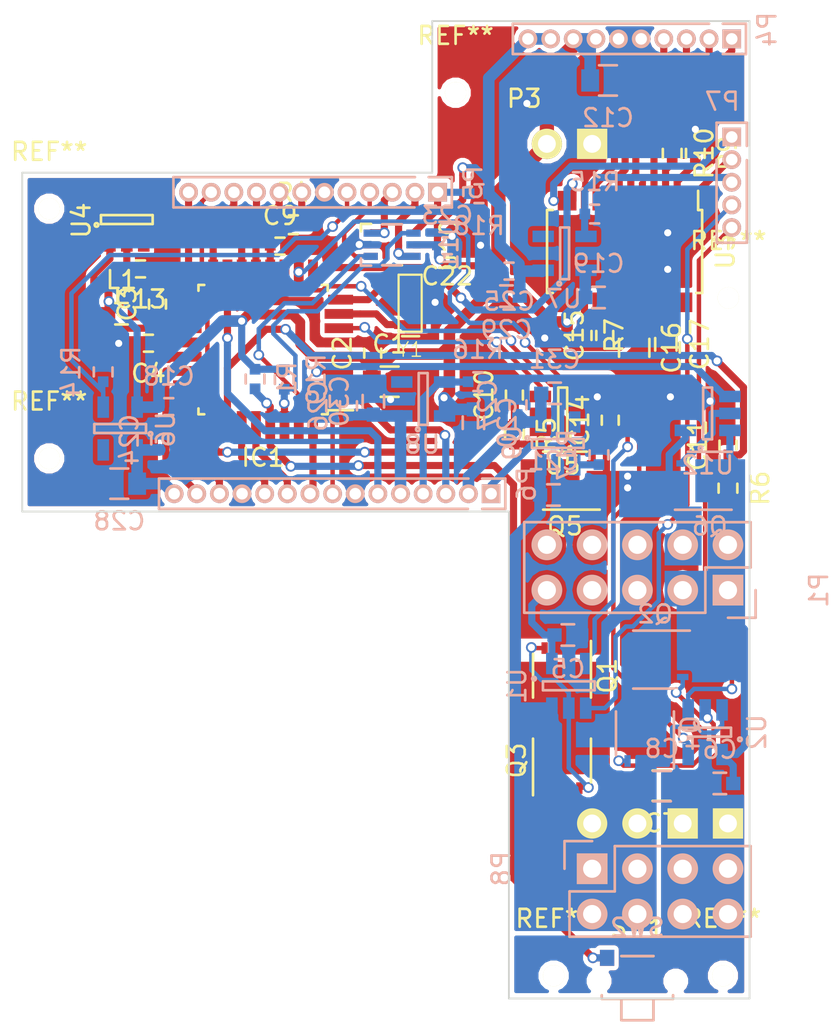
<source format=kicad_pcb>
(kicad_pcb (version 4) (host pcbnew 4.0.2-stable)
  (layers (0 F.Cu signal) (31 B.Cu signal) (34 B.Paste user) (35 F.Paste user) (36 B.SilkS user) (37 F.SilkS user) (38 B.Mask user) (39 F.Mask user) (44 Edge.Cuts user))
  (net 0 "")
  (net 1 VCC)
  (net 2 GND)
  (net 3 "Net-(C3-Pad1)")
  (net 4 "Net-(C4-Pad1)")
  (net 5 /BAT_VIN1)
  (net 6 /BAT_VIN2)
  (net 7 /BAT_VOLT1)
  (net 8 /BAT_VOLT2)
  (net 9 "Net-(C15-Pad2)")
  (net 10 /LED_VOUT)
  (net 11 /FAN_VOUT)
  (net 12 /SRV_VOUT)
  (net 13 /INT)
  (net 14 /STEP)
  (net 15 "Net-(IC1-Pad7)")
  (net 16 "Net-(IC1-Pad8)")
  (net 17 /STEP_DIR)
  (net 18 /TMP)
  (net 19 /SDA)
  (net 20 /SCL)
  (net 21 /RESET)
  (net 22 /RXD)
  (net 23 /TXD)
  (net 24 /UART_TX)
  (net 25 /UART_RX)
  (net 26 /EP_RXD)
  (net 27 "Net-(Q1-Pad4)")
  (net 28 "Net-(Q2-Pad4)")
  (net 29 /BAT_STAT1)
  (net 30 /BAT_STAT2)
  (net 31 "Net-(R7-Pad1)")
  (net 32 "Net-(R9-Pad2)")
  (net 33 "Net-(R10-Pad2)")
  (net 34 /LED_EN)
  (net 35 /EP_EN)
  (net 36 /FAN_EN)
  (net 37 /SRV_EN)
  (net 38 /~STEP_SLP)
  (net 39 EP_VCC)
  (net 40 "Net-(C9-Pad1)")
  (net 41 /SRV_CAM)
  (net 42 /SRV_FOOT)
  (net 43 /FAN_PWM)
  (net 44 /SRV_BRAKE)
  (net 45 /SRV_LOCK)
  (net 46 /LED_DAT)
  (net 47 /IR_RX)
  (net 48 /LED_CLK)
  (net 49 /IR_TX)
  (net 50 /EP_TXD)
  (net 51 /BAT_INT)
  (net 52 /STEP_A1)
  (net 53 /STEP_A2)
  (net 54 /STEP_B1)
  (net 55 /STEP_B2)
  (net 56 /BAT)
  (net 57 "Net-(U3-Pad22)")
  (net 58 /CHARGE)
  (net 59 /CHG_STAT2)
  (net 60 /CHG_STAT1)
  (net 61 /BAT_CTL1)
  (net 62 /BAT_CTL2)
  (net 63 /A0)
  (net 64 "Net-(Q5-Pad4)")
  (net 65 "Net-(Q6-Pad4)")
  (net 66 /BAT_PATH1)
  (net 67 /BAT_PATH2)
  (module Capacitors_SMD:C_0402 (layer B.Cu) (at 66.421 118.618 180)
    (fp_text reference C18 (at 0 1.7 180) (layer B.SilkS) (effects (justify mirror)))
    (fp_text value 22uF)
    (pad 1 smd rect (at -0.55 0 180) (size 0.6 0.5) (layers B.Cu B.Paste B.Mask) (net 2 GND))
    (pad 2 smd rect (at 0.55 0 180) (size 0.6 0.5) (layers B.Cu B.Paste B.Mask) (net 1 VCC))
  )
  (module Housings_DFN_QFN:DFN-8-MOS_3x3mm_Pitch0.65mm (layer F.Cu) (at 88.478 133.705 270)
    (fp_text reference Q1 (at 0 -2.55 270) (layer F.SilkS))
    (fp_text value CSD25402Q3A)
    (pad 1 smd rect (at -1.55 -0.975 270) (size 0.65 0.35) (layers F.Cu F.Paste F.Mask) (net 5 /BAT_VIN1))
    (pad 2 smd rect (at -1.55 -0.325 270) (size 0.65 0.35) (layers F.Cu F.Paste F.Mask) (net 5 /BAT_VIN1))
    (pad 3 smd rect (at -1.55 0.325 270) (size 0.65 0.35) (layers F.Cu F.Paste F.Mask) (net 5 /BAT_VIN1))
    (pad 4 smd rect (at -1.55 0.975 270) (size 0.65 0.35) (layers F.Cu F.Paste F.Mask) (net 27 "Net-(Q1-Pad4)"))
    (pad 5 smd rect (at 1.55 0.975 270) (size 0.65 0.35) (layers F.Cu F.Paste F.Mask) (net 66 /BAT_PATH1))
    (pad 6 smd rect (at 1.55 0.325 270) (size 0.65 0.35) (layers F.Cu F.Paste F.Mask) (net 66 /BAT_PATH1))
    (pad 7 smd rect (at 1.55 -0.325 270) (size 0.65 0.35) (layers F.Cu F.Paste F.Mask) (net 66 /BAT_PATH1))
    (pad 8 smd rect (at 1.55 -0.975 270) (size 0.65 0.35) (layers F.Cu F.Paste F.Mask) (net 66 /BAT_PATH1))
    (pad 8 smd rect (at 0.3875 0.6 270) (size 0.775 1.2) (layers F.Cu F.Paste F.Mask) (net 66 /BAT_PATH1))
    (pad 8 smd rect (at 0.3875 -0.6 270) (size 0.775 1.2) (layers F.Cu F.Paste F.Mask) (net 66 /BAT_PATH1))
    (pad 8 smd rect (at -0.3875 0.6 270) (size 0.775 1.2) (layers F.Cu F.Paste F.Mask) (net 66 /BAT_PATH1))
    (pad 8 smd rect (at -0.3875 -0.6 270) (size 0.775 1.2) (layers F.Cu F.Paste F.Mask) (net 66 /BAT_PATH1))
  )
  (module Housings_DFN_QFN:DFN-8-MOS_3x3mm_Pitch0.65mm (layer B.Cu) (at 93.7 132.801 180)
    (fp_text reference Q2 (at 0 2.55 180) (layer B.SilkS) (effects (justify mirror)))
    (fp_text value CSD25402Q3A)
    (pad 1 smd rect (at -1.55 0.975 180) (size 0.65 0.35) (layers B.Cu B.Paste B.Mask) (net 6 /BAT_VIN2))
    (pad 2 smd rect (at -1.55 0.325 180) (size 0.65 0.35) (layers B.Cu B.Paste B.Mask) (net 6 /BAT_VIN2))
    (pad 3 smd rect (at -1.55 -0.325 180) (size 0.65 0.35) (layers B.Cu B.Paste B.Mask) (net 6 /BAT_VIN2))
    (pad 4 smd rect (at -1.55 -0.975 180) (size 0.65 0.35) (layers B.Cu B.Paste B.Mask) (net 28 "Net-(Q2-Pad4)"))
    (pad 5 smd rect (at 1.55 -0.975 180) (size 0.65 0.35) (layers B.Cu B.Paste B.Mask) (net 67 /BAT_PATH2))
    (pad 6 smd rect (at 1.55 -0.325 180) (size 0.65 0.35) (layers B.Cu B.Paste B.Mask) (net 67 /BAT_PATH2))
    (pad 7 smd rect (at 1.55 0.325 180) (size 0.65 0.35) (layers B.Cu B.Paste B.Mask) (net 67 /BAT_PATH2))
    (pad 8 smd rect (at 1.55 0.975 180) (size 0.65 0.35) (layers B.Cu B.Paste B.Mask) (net 67 /BAT_PATH2))
    (pad 8 smd rect (at 0.3875 -0.6 180) (size 0.775 1.2) (layers B.Cu B.Paste B.Mask) (net 67 /BAT_PATH2))
    (pad 8 smd rect (at 0.3875 0.6 180) (size 0.775 1.2) (layers B.Cu B.Paste B.Mask) (net 67 /BAT_PATH2))
    (pad 8 smd rect (at -0.3875 -0.6 180) (size 0.775 1.2) (layers B.Cu B.Paste B.Mask) (net 67 /BAT_PATH2))
    (pad 8 smd rect (at -0.3875 0.6 180) (size 0.775 1.2) (layers B.Cu B.Paste B.Mask) (net 67 /BAT_PATH2))
  )
  (module Housings_DFN_QFN:DFN-8-MOS_3x3mm_Pitch0.65mm (layer F.Cu) (at 88.478 138.456 90)
    (fp_text reference Q3 (at 0 -2.55 90) (layer F.SilkS))
    (fp_text value CSD25402Q3A)
    (pad 1 smd rect (at -1.55 -0.975 90) (size 0.65 0.35) (layers F.Cu F.Paste F.Mask) (net 56 /BAT))
    (pad 2 smd rect (at -1.55 -0.325 90) (size 0.65 0.35) (layers F.Cu F.Paste F.Mask) (net 56 /BAT))
    (pad 3 smd rect (at -1.55 0.325 90) (size 0.65 0.35) (layers F.Cu F.Paste F.Mask) (net 56 /BAT))
    (pad 4 smd rect (at -1.55 0.975 90) (size 0.65 0.35) (layers F.Cu F.Paste F.Mask) (net 27 "Net-(Q1-Pad4)"))
    (pad 5 smd rect (at 1.55 0.975 90) (size 0.65 0.35) (layers F.Cu F.Paste F.Mask) (net 66 /BAT_PATH1))
    (pad 6 smd rect (at 1.55 0.325 90) (size 0.65 0.35) (layers F.Cu F.Paste F.Mask) (net 66 /BAT_PATH1))
    (pad 7 smd rect (at 1.55 -0.325 90) (size 0.65 0.35) (layers F.Cu F.Paste F.Mask) (net 66 /BAT_PATH1))
    (pad 8 smd rect (at 1.55 -0.975 90) (size 0.65 0.35) (layers F.Cu F.Paste F.Mask) (net 66 /BAT_PATH1))
    (pad 8 smd rect (at 0.3875 0.6 90) (size 0.775 1.2) (layers F.Cu F.Paste F.Mask) (net 66 /BAT_PATH1))
    (pad 8 smd rect (at 0.3875 -0.6 90) (size 0.775 1.2) (layers F.Cu F.Paste F.Mask) (net 66 /BAT_PATH1))
    (pad 8 smd rect (at -0.3875 0.6 90) (size 0.775 1.2) (layers F.Cu F.Paste F.Mask) (net 66 /BAT_PATH1))
    (pad 8 smd rect (at -0.3875 -0.6 90) (size 0.775 1.2) (layers F.Cu F.Paste F.Mask) (net 66 /BAT_PATH1))
  )
  (module Housings_DFN_QFN:DFN-8-MOS_3x3mm_Pitch0.65mm (layer B.Cu) (at 93.132 136.932 90)
    (fp_text reference Q4 (at 0 2.55 90) (layer B.SilkS) (effects (justify mirror)))
    (fp_text value CSD25402Q3A)
    (pad 1 smd rect (at -1.55 0.975 90) (size 0.65 0.35) (layers B.Cu B.Paste B.Mask) (net 56 /BAT))
    (pad 2 smd rect (at -1.55 0.325 90) (size 0.65 0.35) (layers B.Cu B.Paste B.Mask) (net 56 /BAT))
    (pad 3 smd rect (at -1.55 -0.325 90) (size 0.65 0.35) (layers B.Cu B.Paste B.Mask) (net 56 /BAT))
    (pad 4 smd rect (at -1.55 -0.975 90) (size 0.65 0.35) (layers B.Cu B.Paste B.Mask) (net 28 "Net-(Q2-Pad4)"))
    (pad 5 smd rect (at 1.55 -0.975 90) (size 0.65 0.35) (layers B.Cu B.Paste B.Mask) (net 67 /BAT_PATH2))
    (pad 6 smd rect (at 1.55 -0.325 90) (size 0.65 0.35) (layers B.Cu B.Paste B.Mask) (net 67 /BAT_PATH2))
    (pad 7 smd rect (at 1.55 0.325 90) (size 0.65 0.35) (layers B.Cu B.Paste B.Mask) (net 67 /BAT_PATH2))
    (pad 8 smd rect (at 1.55 0.975 90) (size 0.65 0.35) (layers B.Cu B.Paste B.Mask) (net 67 /BAT_PATH2))
    (pad 8 smd rect (at 0.3875 -0.6 90) (size 0.775 1.2) (layers B.Cu B.Paste B.Mask) (net 67 /BAT_PATH2))
    (pad 8 smd rect (at 0.3875 0.6 90) (size 0.775 1.2) (layers B.Cu B.Paste B.Mask) (net 67 /BAT_PATH2))
    (pad 8 smd rect (at -0.3875 -0.6 90) (size 0.775 1.2) (layers B.Cu B.Paste B.Mask) (net 67 /BAT_PATH2))
    (pad 8 smd rect (at -0.3875 0.6 90) (size 0.775 1.2) (layers B.Cu B.Paste B.Mask) (net 67 /BAT_PATH2))
  )
  (module Buttons_Switches_SMD:MTA2_4.5x2.3mm (layer F.Cu) (at 92.71 150.82)
    (fp_text reference SW1 (at 0 -3) (layer F.SilkS))
    (fp_text value SPST_Small)
    (pad 2 smd rect (at 1.7 -1.3) (size 0.8 0.9) (layers F.Cu F.Paste F.Mask) (net 2 GND))
    (pad 1 smd rect (at -1.7 -1.3) (size 0.8 0.9) (layers F.Cu F.Paste F.Mask) (net 21 /RESET))
    (pad "" np_thru_hole circle (at -2.15 0) (size 0.9 0.9) (drill 0.9) (layers *.Mask F.Cu))
    (pad "" np_thru_hole circle (at 2.15 0) (size 0.9 0.9) (drill 0.9) (layers *.Mask F.Cu))
  )
  (module Crystals:Resonator_3x1.3mm (layer F.Cu) (at 79.96 112.81888 180)
    (fp_text reference Y1 (at 0 -2.6 180) (layer F.SilkS) (effects (font (size 0.8128 0.8128) (thickness 0.0762))))
    (fp_text value 16MHz)
    (pad 1 smd rect (at 0 -1.19888 180) (size 1.79832 0.49784) (layers F.Cu F.Paste F.Mask) (net 15 "Net-(IC1-Pad7)"))
    (pad 2 smd rect (at 0 1.19888 180) (size 1.79832 0.49784) (layers F.Cu F.Paste F.Mask) (net 16 "Net-(IC1-Pad8)"))
    (pad 3 smd rect (at 0 0 180) (size 1.79832 0.59944) (layers F.Cu F.Paste F.Mask) (net 2 GND))
  )
  (module Capacitors_SMD:C_0805 (layer F.Cu) (at 78.81 117.22)
    (fp_text reference C1 (at 0 -2.1) (layer F.SilkS))
    (fp_text value 10uF)
    (pad 1 smd rect (at -1 0) (size 1 1.25) (layers F.Cu F.Paste F.Mask) (net 1 VCC))
    (pad 2 smd rect (at 1 0) (size 1 1.25) (layers F.Cu F.Paste F.Mask) (net 2 GND))
  )
  (module Capacitors_SMD:C_0402 (layer F.Cu) (at 77.86 115.62 90)
    (fp_text reference C2 (at 0 -1.7 90) (layer F.SilkS))
    (fp_text value 100nF)
    (pad 1 smd rect (at -0.55 0 90) (size 0.6 0.5) (layers F.Cu F.Paste F.Mask) (net 1 VCC))
    (pad 2 smd rect (at 0.55 0 90) (size 0.6 0.5) (layers F.Cu F.Paste F.Mask) (net 2 GND))
  )
  (module Capacitors_SMD:C_0402 (layer F.Cu) (at 65.786 112.87 90)
    (fp_text reference C3 (at 0 -1.7 90) (layer F.SilkS))
    (fp_text value 100nF)
    (pad 1 smd rect (at -0.55 0 90) (size 0.6 0.5) (layers F.Cu F.Paste F.Mask) (net 3 "Net-(C3-Pad1)"))
    (pad 2 smd rect (at 0.55 0 90) (size 0.6 0.5) (layers F.Cu F.Paste F.Mask) (net 2 GND))
  )
  (module Capacitors_SMD:C_0402 (layer F.Cu) (at 65.278 115.062 180)
    (fp_text reference C4 (at 0 -1.7 180) (layer F.SilkS))
    (fp_text value 100nF)
    (pad 1 smd rect (at -0.55 0 180) (size 0.6 0.5) (layers F.Cu F.Paste F.Mask) (net 4 "Net-(C4-Pad1)"))
    (pad 2 smd rect (at 0.55 0 180) (size 0.6 0.5) (layers F.Cu F.Paste F.Mask) (net 2 GND))
  )
  (module Capacitors_SMD:C_0603 (layer B.Cu) (at 88.81 131.42)
    (fp_text reference C5 (at 0 1.9) (layer B.SilkS) (effects (justify mirror)))
    (fp_text value 1uF)
    (pad 1 smd rect (at -0.75 0) (size 0.8 0.75) (layers B.Cu B.Paste B.Mask) (net 5 /BAT_VIN1))
    (pad 2 smd rect (at 0.75 0) (size 0.8 0.75) (layers B.Cu B.Paste B.Mask) (net 2 GND))
  )
  (module Capacitors_SMD:C_0603 (layer B.Cu) (at 97.335 139.745 180)
    (fp_text reference C6 (at 0 1.9 180) (layer B.SilkS) (effects (justify mirror)))
    (fp_text value 1uF)
    (pad 1 smd rect (at -0.75 0 180) (size 0.8 0.75) (layers B.Cu B.Paste B.Mask) (net 6 /BAT_VIN2))
    (pad 2 smd rect (at 0.75 0 180) (size 0.8 0.75) (layers B.Cu B.Paste B.Mask) (net 2 GND))
  )
  (module Capacitors_SMD:C_0805 (layer F.Cu) (at 94.06 139.87 180)
    (fp_text reference C7 (at 0 -2.1 180) (layer F.SilkS))
    (fp_text value 22uF)
    (pad 1 smd rect (at -1 0 180) (size 1 1.25) (layers F.Cu F.Paste F.Mask) (net 2 GND))
    (pad 2 smd rect (at 1 0 180) (size 1 1.25) (layers F.Cu F.Paste F.Mask) (net 56 /BAT))
  )
  (module Capacitors_SMD:C_0805 (layer B.Cu) (at 94.085 139.895 180)
    (fp_text reference C8 (at 0 2.1 180) (layer B.SilkS) (effects (justify mirror)))
    (fp_text value 22uF)
    (pad 1 smd rect (at -1 0 180) (size 1 1.25) (layers B.Cu B.Paste B.Mask) (net 2 GND))
    (pad 2 smd rect (at 1 0 180) (size 1 1.25) (layers B.Cu B.Paste B.Mask) (net 56 /BAT))
  )
  (module Capacitors_SMD:C_0402 (layer F.Cu) (at 72.66 109.62)
    (fp_text reference C9 (at 0 -1.7) (layer F.SilkS))
    (fp_text value 1nF)
    (pad 1 smd rect (at -0.55 0) (size 0.6 0.5) (layers F.Cu F.Paste F.Mask) (net 40 "Net-(C9-Pad1)"))
    (pad 2 smd rect (at 0.55 0) (size 0.6 0.5) (layers F.Cu F.Paste F.Mask) (net 2 GND))
  )
  (module Capacitors_SMD:C_0402 (layer F.Cu) (at 85.81 117.97 90)
    (fp_text reference C10 (at 0 -1.7 90) (layer F.SilkS))
    (fp_text value 100nF)
    (pad 1 smd rect (at -0.55 0 90) (size 0.6 0.5) (layers F.Cu F.Paste F.Mask) (net 7 /BAT_VOLT1))
    (pad 2 smd rect (at 0.55 0 90) (size 0.6 0.5) (layers F.Cu F.Paste F.Mask) (net 2 GND))
  )
  (module Capacitors_SMD:C_0402 (layer F.Cu) (at 97.79 120.777 90)
    (fp_text reference C11 (at 0 -1.7 90) (layer F.SilkS))
    (fp_text value 100nF)
    (pad 1 smd rect (at -0.55 0 90) (size 0.6 0.5) (layers F.Cu F.Paste F.Mask) (net 8 /BAT_VOLT2))
    (pad 2 smd rect (at 0.55 0 90) (size 0.6 0.5) (layers F.Cu F.Paste F.Mask) (net 2 GND))
  )
  (module Capacitors_SMD:C_0805 (layer B.Cu) (at 91.059 100.33)
    (fp_text reference C12 (at 0 2.1) (layer B.SilkS) (effects (justify mirror)))
    (fp_text value 10uF)
    (pad 1 smd rect (at -1 0) (size 1 1.25) (layers B.Cu B.Paste B.Mask) (net 1 VCC))
    (pad 2 smd rect (at 1 0) (size 1 1.25) (layers B.Cu B.Paste B.Mask) (net 2 GND))
  )
  (module Capacitors_SMD:C_0402 (layer F.Cu) (at 64.835 110.895 180)
    (fp_text reference C13 (at 0 -1.7 180) (layer F.SilkS))
    (fp_text value 100nF)
    (pad 1 smd rect (at -0.55 0 180) (size 0.6 0.5) (layers F.Cu F.Paste F.Mask) (net 2 GND))
    (pad 2 smd rect (at 0.55 0 180) (size 0.6 0.5) (layers F.Cu F.Paste F.Mask) (net 1 VCC))
  )
  (module Capacitors_SMD:C_0402 (layer F.Cu) (at 90.878 114.627 90)
    (fp_text reference C15 (at 0 -1.7 90) (layer F.SilkS))
    (fp_text value 10nF)
    (pad 1 smd rect (at -0.55 0 90) (size 0.6 0.5) (layers F.Cu F.Paste F.Mask) (net 1 VCC))
    (pad 2 smd rect (at 0.55 0 90) (size 0.6 0.5) (layers F.Cu F.Paste F.Mask) (net 9 "Net-(C15-Pad2)"))
  )
  (module Capacitors_SMD:C_0805 (layer F.Cu) (at 92.529 115.32 270)
    (fp_text reference C16 (at 0 -2.1 270) (layer F.SilkS))
    (fp_text value 22uF)
    (pad 1 smd rect (at -1 0 270) (size 1 1.25) (layers F.Cu F.Paste F.Mask) (net 1 VCC))
    (pad 2 smd rect (at 1 0 270) (size 1 1.25) (layers F.Cu F.Paste F.Mask) (net 2 GND))
  )
  (module Capacitors_SMD:C_0603 (layer F.Cu) (at 94.307 115.123 270)
    (fp_text reference C17 (at 0 -1.9 270) (layer F.SilkS))
    (fp_text value 4.7uF)
    (pad 1 smd rect (at -0.75 0 270) (size 0.8 0.75) (layers F.Cu F.Paste F.Mask) (net 1 VCC))
    (pad 2 smd rect (at 0.75 0 270) (size 0.8 0.75) (layers F.Cu F.Paste F.Mask) (net 2 GND))
  )
  (module Capacitors_SMD:C_0603 (layer B.Cu) (at 90.529528 112.498076 180)
    (fp_text reference C19 (at 0 1.9 180) (layer B.SilkS) (effects (justify mirror)))
    (fp_text value 10uF)
    (pad 1 smd rect (at -0.75 0 180) (size 0.8 0.75) (layers B.Cu B.Paste B.Mask) (net 2 GND))
    (pad 2 smd rect (at 0.75 0 180) (size 0.8 0.75) (layers B.Cu B.Paste B.Mask) (net 1 VCC))
  )
  (module Capacitors_SMD:C_0603 (layer B.Cu) (at 83.51 119.52 90)
    (fp_text reference C20 (at 0 1.9 90) (layer B.SilkS) (effects (justify mirror)))
    (fp_text value 10uF)
    (pad 1 smd rect (at -0.75 0 90) (size 0.8 0.75) (layers B.Cu B.Paste B.Mask) (net 2 GND))
    (pad 2 smd rect (at 0.75 0 90) (size 0.8 0.75) (layers B.Cu B.Paste B.Mask) (net 1 VCC))
  )
  (module Capacitors_SMD:C_0603 (layer B.Cu) (at 87.999 123.571 180)
    (fp_text reference C21 (at 0 1.9 180) (layer B.SilkS) (effects (justify mirror)))
    (fp_text value 10uF)
    (pad 1 smd rect (at -0.75 0 180) (size 0.8 0.75) (layers B.Cu B.Paste B.Mask) (net 2 GND))
    (pad 2 smd rect (at 0.75 0 180) (size 0.8 0.75) (layers B.Cu B.Paste B.Mask) (net 56 /BAT))
  )
  (module Capacitors_SMD:C_0402 (layer F.Cu) (at 82.042 109.601 180)
    (fp_text reference C22 (at 0 -1.7 180) (layer F.SilkS))
    (fp_text value 100nF)
    (pad 1 smd rect (at -0.55 0 180) (size 0.6 0.5) (layers F.Cu F.Paste F.Mask) (net 2 GND))
    (pad 2 smd rect (at 0.55 0 180) (size 0.6 0.5) (layers F.Cu F.Paste F.Mask) (net 39 EP_VCC))
  )
  (module Capacitors_SMD:C_0402 (layer B.Cu) (at 82.042 109.601 180)
    (fp_text reference C23 (at 0 1.7 180) (layer B.SilkS) (effects (justify mirror)))
    (fp_text value 100nF)
    (pad 1 smd rect (at -0.55 0 180) (size 0.6 0.5) (layers B.Cu B.Paste B.Mask) (net 2 GND))
    (pad 2 smd rect (at 0.55 0 180) (size 0.6 0.5) (layers B.Cu B.Paste B.Mask) (net 1 VCC))
  )
  (module Capacitors_SMD:C_0402 (layer B.Cu) (at 65.913 120.481 270)
    (fp_text reference C24 (at 0 1.7 270) (layer B.SilkS) (effects (justify mirror)))
    (fp_text value 100nF)
    (pad 1 smd rect (at -0.55 0 270) (size 0.6 0.5) (layers B.Cu B.Paste B.Mask) (net 2 GND))
    (pad 2 smd rect (at 0.55 0 270) (size 0.6 0.5) (layers B.Cu B.Paste B.Mask) (net 10 /LED_VOUT))
  )
  (module Capacitors_SMD:C_0402 (layer B.Cu) (at 85.51 111.02)
    (fp_text reference C25 (at 0 1.7) (layer B.SilkS) (effects (justify mirror)))
    (fp_text value 100nF)
    (pad 1 smd rect (at -0.55 0) (size 0.6 0.5) (layers B.Cu B.Paste B.Mask) (net 2 GND))
    (pad 2 smd rect (at 0.55 0) (size 0.6 0.5) (layers B.Cu B.Paste B.Mask) (net 39 EP_VCC))
  )
  (module Capacitors_SMD:C_0402 (layer B.Cu) (at 76.5 118.569 270)
    (fp_text reference C26 (at 0 1.7 270) (layer B.SilkS) (effects (justify mirror)))
    (fp_text value 100nF)
    (pad 1 smd rect (at -0.55 0 270) (size 0.6 0.5) (layers B.Cu B.Paste B.Mask) (net 2 GND))
    (pad 2 smd rect (at 0.55 0 270) (size 0.6 0.5) (layers B.Cu B.Paste B.Mask) (net 11 /FAN_VOUT))
  )
  (module Capacitors_SMD:C_0402 (layer B.Cu) (at 86.01 118.52 270)
    (fp_text reference C27 (at 0 1.7 270) (layer B.SilkS) (effects (justify mirror)))
    (fp_text value 100nF)
    (pad 1 smd rect (at -0.55 0 270) (size 0.6 0.5) (layers B.Cu B.Paste B.Mask) (net 2 GND))
    (pad 2 smd rect (at 0.55 0 270) (size 0.6 0.5) (layers B.Cu B.Paste B.Mask) (net 12 /SRV_VOUT))
  )
  (module Capacitors_SMD:C_0805 (layer B.Cu) (at 63.643 122.936)
    (fp_text reference C28 (at 0 2.1) (layer B.SilkS) (effects (justify mirror)))
    (fp_text value 22uF)
    (pad 1 smd rect (at -1 0) (size 1 1.25) (layers B.Cu B.Paste B.Mask) (net 2 GND))
    (pad 2 smd rect (at 1 0) (size 1 1.25) (layers B.Cu B.Paste B.Mask) (net 10 /LED_VOUT))
  )
  (module Capacitors_SMD:C_0603 (layer B.Cu) (at 85.36 112.42)
    (fp_text reference C29 (at 0 1.9) (layer B.SilkS) (effects (justify mirror)))
    (fp_text value 10uF)
    (pad 1 smd rect (at -0.75 0) (size 0.8 0.75) (layers B.Cu B.Paste B.Mask) (net 2 GND))
    (pad 2 smd rect (at 0.75 0) (size 0.8 0.75) (layers B.Cu B.Paste B.Mask) (net 39 EP_VCC))
  )
  (module Capacitors_SMD:C_0603 (layer B.Cu) (at 77.897 118.315 270)
    (fp_text reference C30 (at 0 1.9 270) (layer B.SilkS) (effects (justify mirror)))
    (fp_text value 10uF)
    (pad 1 smd rect (at -0.75 0 270) (size 0.8 0.75) (layers B.Cu B.Paste B.Mask) (net 2 GND))
    (pad 2 smd rect (at 0.75 0 270) (size 0.8 0.75) (layers B.Cu B.Paste B.Mask) (net 11 /FAN_VOUT))
  )
  (module Capacitors_SMD:C_0603 (layer B.Cu) (at 88.064682 117.871158 180)
    (fp_text reference C31 (at 0 1.9 180) (layer B.SilkS) (effects (justify mirror)))
    (fp_text value 10uF)
    (pad 1 smd rect (at -0.75 0 180) (size 0.8 0.75) (layers B.Cu B.Paste B.Mask) (net 2 GND))
    (pad 2 smd rect (at 0.75 0 180) (size 0.8 0.75) (layers B.Cu B.Paste B.Mask) (net 12 /SRV_VOUT))
  )
  (module Capacitors_SMD:C_0603 (layer F.Cu) (at 63.766 113.411)
    (fp_text reference L1 (at 0 -1.9) (layer F.SilkS))
    (fp_text value 10uH)
    (pad 1 smd rect (at -0.75 0) (size 0.8 0.75) (layers F.Cu F.Paste F.Mask) (net 1 VCC))
    (pad 2 smd rect (at 0.75 0) (size 0.8 0.75) (layers F.Cu F.Paste F.Mask) (net 3 "Net-(C3-Pad1)"))
  )
  (module Resistors_SMD:R_0402_Handsoldering (layer B.Cu) (at 71.26 117.07 90)
    (fp_text reference R1 (at 0 1.8 90) (layer B.SilkS) (effects (justify mirror)))
    (fp_text value 10K)
    (pad 1 smd rect (at -0.55 0 90) (size 0.6 0.6) (layers B.Cu B.Paste B.Mask) (net 21 /RESET))
    (pad 2 smd rect (at 0.55 0 90) (size 0.6 0.6) (layers B.Cu B.Paste B.Mask) (net 1 VCC))
  )
  (module Resistors_SMD:R_0402_Handsoldering (layer F.Cu) (at 73.41 108.42)
    (fp_text reference R4 (at 0 -1.8) (layer F.SilkS))
    (fp_text value 1K)
    (pad 1 smd rect (at -0.55 0) (size 0.6 0.6) (layers F.Cu F.Paste F.Mask) (net 40 "Net-(C9-Pad1)"))
    (pad 2 smd rect (at 0.55 0) (size 0.6 0.6) (layers F.Cu F.Paste F.Mask) (net 51 /BAT_INT))
  )
  (module Resistors_SMD:R_0402_Handsoldering (layer F.Cu) (at 85.81 120.17 270)
    (fp_text reference R5 (at 0 -1.8 270) (layer F.SilkS))
    (fp_text value 10K)
    (pad 1 smd rect (at -0.55 0 270) (size 0.6 0.6) (layers F.Cu F.Paste F.Mask) (net 7 /BAT_VOLT1))
    (pad 2 smd rect (at 0.55 0 270) (size 0.6 0.6) (layers F.Cu F.Paste F.Mask) (net 5 /BAT_VIN1))
  )
  (module Resistors_SMD:R_0402_Handsoldering (layer F.Cu) (at 97.79 123.19 270)
    (fp_text reference R6 (at 0 -1.8 270) (layer F.SilkS))
    (fp_text value 10K)
    (pad 1 smd rect (at -0.55 0 270) (size 0.6 0.6) (layers F.Cu F.Paste F.Mask) (net 8 /BAT_VOLT2))
    (pad 2 smd rect (at 0.55 0 270) (size 0.6 0.6) (layers F.Cu F.Paste F.Mask) (net 6 /BAT_VIN2))
  )
  (module Resistors_SMD:R_0402_Handsoldering (layer F.Cu) (at 89.608 114.627 270)
    (fp_text reference R7 (at 0 -1.8 270) (layer F.SilkS))
    (fp_text value 47K)
    (pad 1 smd rect (at -0.55 0 270) (size 0.6 0.6) (layers F.Cu F.Paste F.Mask) (net 31 "Net-(R7-Pad1)"))
    (pad 2 smd rect (at 0.55 0 270) (size 0.6 0.6) (layers F.Cu F.Paste F.Mask) (net 1 VCC))
  )
  (module Resistors_SMD:R_0402_Handsoldering (layer F.Cu) (at 95.96 104.42 270)
    (fp_text reference R9 (at 0 -1.8 270) (layer F.SilkS))
    (fp_text value 47K)
    (pad 1 smd rect (at -0.55 0 270) (size 0.6 0.6) (layers F.Cu F.Paste F.Mask) (net 2 GND))
    (pad 2 smd rect (at 0.55 0 270) (size 0.6 0.6) (layers F.Cu F.Paste F.Mask) (net 32 "Net-(R9-Pad2)"))
  )
  (module Resistors_SMD:R_0402_Handsoldering (layer F.Cu) (at 94.66 104.42 270)
    (fp_text reference R10 (at 0 -1.8 270) (layer F.SilkS))
    (fp_text value 47K)
    (pad 1 smd rect (at -0.55 0 270) (size 0.6 0.6) (layers F.Cu F.Paste F.Mask) (net 2 GND))
    (pad 2 smd rect (at 0.55 0 270) (size 0.6 0.6) (layers F.Cu F.Paste F.Mask) (net 33 "Net-(R10-Pad2)"))
  )
  (module Resistors_SMD:R_0402_Handsoldering (layer B.Cu) (at 62.738 116.671 270)
    (fp_text reference R14 (at 0 1.8 270) (layer B.SilkS) (effects (justify mirror)))
    (fp_text value 510K)
    (pad 1 smd rect (at -0.55 0 270) (size 0.6 0.6) (layers B.Cu B.Paste B.Mask) (net 2 GND))
    (pad 2 smd rect (at 0.55 0 270) (size 0.6 0.6) (layers B.Cu B.Paste B.Mask) (net 34 /LED_EN))
  )
  (module Resistors_SMD:R_0402_Handsoldering (layer B.Cu) (at 90.31 107.82 180)
    (fp_text reference R15 (at 0 1.8 180) (layer B.SilkS) (effects (justify mirror)))
    (fp_text value 510K)
    (pad 1 smd rect (at -0.55 0 180) (size 0.6 0.6) (layers B.Cu B.Paste B.Mask) (net 2 GND))
    (pad 2 smd rect (at 0.55 0 180) (size 0.6 0.6) (layers B.Cu B.Paste B.Mask) (net 35 /EP_EN))
  )
  (module Resistors_SMD:R_0402_Handsoldering (layer B.Cu) (at 83.76 117.22 180)
    (fp_text reference R16 (at 0 1.8 180) (layer B.SilkS) (effects (justify mirror)))
    (fp_text value 510K)
    (pad 1 smd rect (at -0.55 0 180) (size 0.6 0.6) (layers B.Cu B.Paste B.Mask) (net 2 GND))
    (pad 2 smd rect (at 0.55 0 180) (size 0.6 0.6) (layers B.Cu B.Paste B.Mask) (net 36 /FAN_EN))
  )
  (module Resistors_SMD:R_0402_Handsoldering (layer B.Cu) (at 90.551 121.32 270)
    (fp_text reference R17 (at 0 1.8 270) (layer B.SilkS) (effects (justify mirror)))
    (fp_text value 510K)
    (pad 1 smd rect (at -0.55 0 270) (size 0.6 0.6) (layers B.Cu B.Paste B.Mask) (net 2 GND))
    (pad 2 smd rect (at 0.55 0 270) (size 0.6 0.6) (layers B.Cu B.Paste B.Mask) (net 37 /SRV_EN))
  )
  (module Resistors_SMD:R_0402_Handsoldering (layer B.Cu) (at 83.82 106.68)
    (fp_text reference R18 (at 0 1.8) (layer B.SilkS) (effects (justify mirror)))
    (fp_text value 100K)
    (pad 1 smd rect (at -0.55 0) (size 0.6 0.6) (layers B.Cu B.Paste B.Mask) (net 26 /EP_RXD))
    (pad 2 smd rect (at 0.55 0) (size 0.6 0.6) (layers B.Cu B.Paste B.Mask) (net 39 EP_VCC))
  )
  (module Resistors_SMD:R_0402_Handsoldering (layer B.Cu) (at 72.898 117.094 90)
    (fp_text reference R19 (at 0 1.8 90) (layer B.SilkS) (effects (justify mirror)))
    (fp_text value 100K)
    (pad 1 smd rect (at -0.55 0 90) (size 0.6 0.6) (layers B.Cu B.Paste B.Mask) (net 22 /RXD))
    (pad 2 smd rect (at 0.55 0 90) (size 0.6 0.6) (layers B.Cu B.Paste B.Mask) (net 1 VCC))
  )
  (module TO_SOT_Packages_SMD:SOT-23-6_Handsoldering (layer B.Cu) (at 88.86 134.27 270)
    (fp_text reference U1 (at 0 2.9 270) (layer B.SilkS) (effects (justify mirror)))
    (fp_text value LTC4412)
    (pad 1 smd rect (at -1.25 0.95 270) (size 1.2 0.65) (layers B.Cu B.Paste B.Mask) (net 5 /BAT_VIN1))
    (pad 2 smd rect (at -1.25 0 270) (size 1.2 0.65) (layers B.Cu B.Paste B.Mask) (net 2 GND))
    (pad 3 smd rect (at -1.25 -0.95 270) (size 1.2 0.65) (layers B.Cu B.Paste B.Mask) (net 61 /BAT_CTL1))
    (pad 4 smd rect (at 1.25 -0.95 270) (size 1.2 0.65) (layers B.Cu B.Paste B.Mask) (net 29 /BAT_STAT1))
    (pad 6 smd rect (at 1.25 0.95 270) (size 1.2 0.65) (layers B.Cu B.Paste B.Mask) (net 56 /BAT))
    (pad 5 smd rect (at 1.25 0 270) (size 1.2 0.65) (layers B.Cu B.Paste B.Mask) (net 27 "Net-(Q1-Pad4)"))
  )
  (module TO_SOT_Packages_SMD:SOT-23-6_Handsoldering (layer B.Cu) (at 96.51 136.87 90)
    (fp_text reference U2 (at 0 2.9 90) (layer B.SilkS) (effects (justify mirror)))
    (fp_text value LTC4412)
    (pad 1 smd rect (at -1.25 0.95 90) (size 1.2 0.65) (layers B.Cu B.Paste B.Mask) (net 6 /BAT_VIN2))
    (pad 2 smd rect (at -1.25 0 90) (size 1.2 0.65) (layers B.Cu B.Paste B.Mask) (net 2 GND))
    (pad 3 smd rect (at -1.25 -0.95 90) (size 1.2 0.65) (layers B.Cu B.Paste B.Mask) (net 62 /BAT_CTL2))
    (pad 4 smd rect (at 1.25 -0.95 90) (size 1.2 0.65) (layers B.Cu B.Paste B.Mask) (net 30 /BAT_STAT2))
    (pad 6 smd rect (at 1.25 0.95 90) (size 1.2 0.65) (layers B.Cu B.Paste B.Mask) (net 56 /BAT))
    (pad 5 smd rect (at 1.25 0 90) (size 1.2 0.65) (layers B.Cu B.Paste B.Mask) (net 28 "Net-(Q2-Pad4)"))
  )
  (module TO_SOT_Packages_SMD:SOT-23-5_Handsoldering (layer B.Cu) (at 88.240792 120.68198 270)
    (fp_text reference U9 (at -0.05 2.55 270) (layer B.SilkS) (effects (justify mirror)))
    (fp_text value "RT9715GGB, 0.7A")
    (pad 1 smd rect (at -1.2 0.95 270) (size 1.2 0.65) (layers B.Cu B.Paste B.Mask) (net 12 /SRV_VOUT))
    (pad 2 smd rect (at -1.2 0 270) (size 1.2 0.65) (layers B.Cu B.Paste B.Mask) (net 2 GND))
    (pad 3 smd rect (at -1.2 -0.95 270) (size 1.2 0.65) (layers B.Cu B.Paste B.Mask))
    (pad 4 smd rect (at 1.2 -0.95 270) (size 1.2 0.65) (layers B.Cu B.Paste B.Mask) (net 37 /SRV_EN))
    (pad 5 smd rect (at 1.2 0.95 270) (size 1.2 0.65) (layers B.Cu B.Paste B.Mask) (net 56 /BAT))
  )
  (module TO_SOT_Packages_SMD:SOT-23-5_Handsoldering (layer B.Cu) (at 63.693 119.845493 90)
    (fp_text reference U6 (at -0.05 2.55 90) (layer B.SilkS) (effects (justify mirror)))
    (fp_text value "RT9715GGB, 0.7A")
    (pad 1 smd rect (at -1.2 0.95 90) (size 1.2 0.65) (layers B.Cu B.Paste B.Mask) (net 10 /LED_VOUT))
    (pad 2 smd rect (at -1.2 0 90) (size 1.2 0.65) (layers B.Cu B.Paste B.Mask) (net 2 GND))
    (pad 3 smd rect (at -1.2 -0.95 90) (size 1.2 0.65) (layers B.Cu B.Paste B.Mask))
    (pad 4 smd rect (at 1.2 -0.95 90) (size 1.2 0.65) (layers B.Cu B.Paste B.Mask) (net 34 /LED_EN))
    (pad 5 smd rect (at 1.2 0.95 90) (size 1.2 0.65) (layers B.Cu B.Paste B.Mask) (net 1 VCC))
  )
  (module TO_SOT_Packages_SMD:SOT-23-5_Handsoldering (layer B.Cu) (at 80.691 118.188)
    (fp_text reference U8 (at -0.05 2.55) (layer B.SilkS) (effects (justify mirror)))
    (fp_text value "RT9715GGB, 0.7A")
    (pad 1 smd rect (at -1.2 0.95) (size 1.2 0.65) (layers B.Cu B.Paste B.Mask) (net 11 /FAN_VOUT))
    (pad 2 smd rect (at -1.2 0) (size 1.2 0.65) (layers B.Cu B.Paste B.Mask) (net 2 GND))
    (pad 3 smd rect (at -1.2 -0.95) (size 1.2 0.65) (layers B.Cu B.Paste B.Mask))
    (pad 4 smd rect (at 1.2 -0.95) (size 1.2 0.65) (layers B.Cu B.Paste B.Mask) (net 36 /FAN_EN))
    (pad 5 smd rect (at 1.2 0.95) (size 1.2 0.65) (layers B.Cu B.Paste B.Mask) (net 1 VCC))
  )
  (module TO_SOT_Packages_SMD:SOT-23-5_Handsoldering (layer B.Cu) (at 88.624528 110.024076)
    (fp_text reference U7 (at -0.05 2.55) (layer B.SilkS) (effects (justify mirror)))
    (fp_text value "RT9715GGB, 0.7A")
    (pad 1 smd rect (at -1.2 0.95) (size 1.2 0.65) (layers B.Cu B.Paste B.Mask) (net 39 EP_VCC))
    (pad 2 smd rect (at -1.2 0) (size 1.2 0.65) (layers B.Cu B.Paste B.Mask) (net 2 GND))
    (pad 3 smd rect (at -1.2 -0.95) (size 1.2 0.65) (layers B.Cu B.Paste B.Mask))
    (pad 4 smd rect (at 1.2 -0.95) (size 1.2 0.65) (layers B.Cu B.Paste B.Mask) (net 35 /EP_EN))
    (pad 5 smd rect (at 1.2 0.95) (size 1.2 0.65) (layers B.Cu B.Paste B.Mask) (net 1 VCC))
  )
  (module TO_SOT_Packages_SMD:SOT-23-5_Handsoldering (layer F.Cu) (at 64.065 108.13 90)
    (fp_text reference U4 (at -0.05 -2.55 90) (layer F.SilkS))
    (fp_text value TMP36GRT)
    (pad 1 smd rect (at -1.2 -0.95 90) (size 1.2 0.65) (layers F.Cu F.Paste F.Mask) (net 18 /TMP))
    (pad 2 smd rect (at -1.2 0 90) (size 1.2 0.65) (layers F.Cu F.Paste F.Mask) (net 1 VCC))
    (pad 3 smd rect (at -1.2 0.95 90) (size 1.2 0.65) (layers F.Cu F.Paste F.Mask))
    (pad 4 smd rect (at 1.2 0.95 90) (size 1.2 0.65) (layers F.Cu F.Paste F.Mask) (net 1 VCC))
    (pad 5 smd rect (at 1.2 -0.95 90) (size 1.2 0.65) (layers F.Cu F.Paste F.Mask) (net 2 GND))
  )
  (module Housings_QFP:TQFP-32_7x7mm_Pitch0.8mm (layer F.Cu) (at 71.71 115.42 180)
    (fp_text reference IC1 (at 0 -6.05 180) (layer F.SilkS))
    (fp_text value "ATMEGA328P(B)")
    (pad 1 smd rect (at -4.35 -2.8 180) (size 1.4 0.55) (layers F.Cu F.Paste F.Mask) (net 13 /INT))
    (pad 2 smd rect (at -4.25 -2 180) (size 1.6 0.55) (layers F.Cu F.Paste F.Mask) (net 47 /IR_RX))
    (pad 3 smd rect (at -4.25 -1.2 180) (size 1.6 0.55) (layers F.Cu F.Paste F.Mask) (net 59 /CHG_STAT2))
    (pad 4 smd rect (at -4.25 -0.4 180) (size 1.6 0.55) (layers F.Cu F.Paste F.Mask) (net 1 VCC))
    (pad 5 smd rect (at -4.25 0.4 180) (size 1.6 0.55) (layers F.Cu F.Paste F.Mask) (net 2 GND))
    (pad 6 smd rect (at -4.25 1.2 180) (size 1.6 0.55) (layers F.Cu F.Paste F.Mask) (net 60 /CHG_STAT1))
    (pad 7 smd rect (at -4.25 2 180) (size 1.6 0.55) (layers F.Cu F.Paste F.Mask) (net 15 "Net-(IC1-Pad7)"))
    (pad 8 smd rect (at -4.35 2.8 180) (size 1.4 0.55) (layers F.Cu F.Paste F.Mask) (net 16 "Net-(IC1-Pad8)"))
    (pad 9 smd rect (at -2.8 4.35 270) (size 1.4 0.55) (layers F.Cu F.Paste F.Mask) (net 14 /STEP))
    (pad 10 smd rect (at -2 4.35 270) (size 1.4 0.55) (layers F.Cu F.Paste F.Mask) (net 62 /BAT_CTL2))
    (pad 11 smd rect (at -1.2 4.25 270) (size 1.6 0.55) (layers F.Cu F.Paste F.Mask) (net 61 /BAT_CTL1))
    (pad 12 smd rect (at -0.4 4.25 270) (size 1.6 0.55) (layers F.Cu F.Paste F.Mask) (net 40 "Net-(C9-Pad1)"))
    (pad 13 smd rect (at 0.4 4.25 270) (size 1.6 0.55) (layers F.Cu F.Paste F.Mask) (net 41 /SRV_CAM))
    (pad 14 smd rect (at 1.2 4.25 270) (size 1.6 0.55) (layers F.Cu F.Paste F.Mask) (net 42 /SRV_FOOT))
    (pad 15 smd rect (at 2 4.25 270) (size 1.6 0.55) (layers F.Cu F.Paste F.Mask) (net 43 /FAN_PWM))
    (pad 16 smd rect (at 2.8 4.35 270) (size 1.4 0.55) (layers F.Cu F.Paste F.Mask) (net 44 /SRV_BRAKE))
    (pad 17 smd rect (at 4.35 2.8 180) (size 1.4 0.55) (layers F.Cu F.Paste F.Mask) (net 45 /SRV_LOCK))
    (pad 18 smd rect (at 4.25 2 180) (size 1.6 0.55) (layers F.Cu F.Paste F.Mask) (net 3 "Net-(C3-Pad1)"))
    (pad 19 smd rect (at 4.25 1.2 180) (size 1.6 0.55) (layers F.Cu F.Paste F.Mask) (net 18 /TMP))
    (pad 20 smd rect (at 4.25 0.4 180) (size 1.6 0.55) (layers F.Cu F.Paste F.Mask) (net 4 "Net-(C4-Pad1)"))
    (pad 21 smd rect (at 4.25 -0.4 180) (size 1.6 0.55) (layers F.Cu F.Paste F.Mask) (net 2 GND))
    (pad 22 smd rect (at 4.25 -1.2 180) (size 1.6 0.55) (layers F.Cu F.Paste F.Mask) (net 46 /LED_DAT))
    (pad 23 smd rect (at 4.25 -2 180) (size 1.6 0.55) (layers F.Cu F.Paste F.Mask) (net 63 /A0))
    (pad 24 smd rect (at 4.25 -2.8 180) (size 1.6 0.55) (layers F.Cu F.Paste F.Mask) (net 48 /LED_CLK))
    (pad 25 smd rect (at 2.8 -4.25 270) (size 1.6 0.55) (layers F.Cu F.Paste F.Mask) (net 7 /BAT_VOLT1))
    (pad 26 smd rect (at 2 -4.25 270) (size 1.6 0.55) (layers F.Cu F.Paste F.Mask) (net 8 /BAT_VOLT2))
    (pad 27 smd rect (at 1.2 -4.25 270) (size 1.6 0.55) (layers F.Cu F.Paste F.Mask) (net 19 /SDA))
    (pad 28 smd rect (at 0.4 -4.25 270) (size 1.6 0.55) (layers F.Cu F.Paste F.Mask) (net 20 /SCL))
    (pad 29 smd rect (at -0.4 -4.25 270) (size 1.6 0.55) (layers F.Cu F.Paste F.Mask) (net 21 /RESET))
    (pad 30 smd rect (at -1.2 -4.25 270) (size 1.6 0.55) (layers F.Cu F.Paste F.Mask) (net 22 /RXD))
    (pad 31 smd rect (at -2 -4.25 270) (size 1.6 0.55) (layers F.Cu F.Paste F.Mask) (net 23 /TXD))
    (pad 32 smd rect (at -2.8 -4.35 270) (size 1.4 0.55) (layers F.Cu F.Paste F.Mask) (net 49 /IR_TX))
  )
  (module Socket_Strips:Socket_Strip_Straight_1x10_Pitch1.27mm (layer B.Cu) (at 98 98 90)
    (fp_text reference P4 (at 0.53 1.99 90) (layer B.SilkS) (effects (justify mirror)))
    (fp_text value CONN_BREAKOUT4)
    (pad 1 thru_hole rect (at 0 0 90) (size 1.05 1.05) (drill 0.65) (layers *.Cu *.Mask B.SilkS) (net 52 /STEP_A1))
    (pad 2 thru_hole circle (at 0 -1.27 90) (size 1.05 1.05) (drill 0.65) (layers *.Cu *.Mask B.SilkS) (net 53 /STEP_A2))
    (pad 3 thru_hole circle (at 0 -2.54 90) (size 1.05 1.05) (drill 0.65) (layers *.Cu *.Mask B.SilkS) (net 55 /STEP_B2))
    (pad 4 thru_hole circle (at 0 -3.81 90) (size 1.05 1.05) (drill 0.65) (layers *.Cu *.Mask B.SilkS) (net 54 /STEP_B1))
    (pad 6 thru_hole circle (at 0 -6.35 90) (size 1.05 1.05) (drill 0.65) (layers *.Cu *.Mask B.SilkS) (net 2 GND))
    (pad 7 thru_hole circle (at 0 -7.62 90) (size 1.05 1.05) (drill 0.65) (layers *.Cu *.Mask B.SilkS) (net 1 VCC))
    (pad 8 thru_hole circle (at 0 -8.89 90) (size 1.05 1.05) (drill 0.65) (layers *.Cu *.Mask B.SilkS) (net 1 VCC))
    (pad 5 thru_hole circle (at 0 -5.08 90) (size 1.05 1.05) (drill 0.65) (layers *.Cu *.Mask B.SilkS) (net 2 GND))
    (pad 10 thru_hole circle (at 0 -11.43 90) (size 1.05 1.05) (drill 0.65) (layers *.Cu *.Mask B.SilkS) (net 39 EP_VCC))
    (pad 9 thru_hole circle (at 0 -10.16 90) (size 1.05 1.05) (drill 0.65) (layers *.Cu *.Mask B.SilkS) (net 39 EP_VCC))
  )
  (module Pin_Headers:Pin_Header_Straight_2x05 (layer B.Cu) (at 97.79 128.905 90)
    (fp_text reference P1 (at 0 5.1 90) (layer B.SilkS) (effects (justify mirror)))
    (fp_text value CON_BAT_IN)
    (pad 1 thru_hole rect (at 0 0 90) (size 1.7272 1.7272) (drill 1.016) (layers *.Cu *.Mask B.SilkS) (net 6 /BAT_VIN2))
    (pad 2 thru_hole oval (at 2.54 0 90) (size 1.7272 1.7272) (drill 1.016) (layers *.Cu *.Mask B.SilkS) (net 6 /BAT_VIN2))
    (pad 3 thru_hole oval (at 0 -2.54 90) (size 1.7272 1.7272) (drill 1.016) (layers *.Cu *.Mask B.SilkS) (net 6 /BAT_VIN2))
    (pad 4 thru_hole oval (at 2.54 -2.54 90) (size 1.7272 1.7272) (drill 1.016) (layers *.Cu *.Mask B.SilkS) (net 58 /CHARGE))
    (pad 5 thru_hole oval (at 0 -5.08 90) (size 1.7272 1.7272) (drill 1.016) (layers *.Cu *.Mask B.SilkS) (net 2 GND))
    (pad 6 thru_hole oval (at 2.54 -5.08 90) (size 1.7272 1.7272) (drill 1.016) (layers *.Cu *.Mask B.SilkS) (net 2 GND))
    (pad 7 thru_hole oval (at 0 -7.62 90) (size 1.7272 1.7272) (drill 1.016) (layers *.Cu *.Mask B.SilkS) (net 5 /BAT_VIN1))
    (pad 8 thru_hole oval (at 2.54 -7.62 90) (size 1.7272 1.7272) (drill 1.016) (layers *.Cu *.Mask B.SilkS) (net 58 /CHARGE))
    (pad 9 thru_hole oval (at 0 -10.16 90) (size 1.7272 1.7272) (drill 1.016) (layers *.Cu *.Mask B.SilkS) (net 5 /BAT_VIN1))
    (pad 10 thru_hole oval (at 2.54 -10.16 90) (size 1.7272 1.7272) (drill 1.016) (layers *.Cu *.Mask B.SilkS) (net 5 /BAT_VIN1))
  )
  (module Pin_Headers:Pin_Header_Straight_2x04 (layer B.Cu) (at 90.17 144.526 270)
    (fp_text reference P8 (at 0 5.1 270) (layer B.SilkS) (effects (justify mirror)))
    (fp_text value CON_BAT_OUT)
    (pad 1 thru_hole rect (at 0 0 270) (size 1.7272 1.7272) (drill 1.016) (layers *.Cu *.Mask B.SilkS) (net 56 /BAT))
    (pad 2 thru_hole oval (at 2.54 0 270) (size 1.7272 1.7272) (drill 1.016) (layers *.Cu *.Mask B.SilkS) (net 56 /BAT))
    (pad 3 thru_hole oval (at 0 -2.54 270) (size 1.7272 1.7272) (drill 1.016) (layers *.Cu *.Mask B.SilkS) (net 56 /BAT))
    (pad 4 thru_hole oval (at 2.54 -2.54 270) (size 1.7272 1.7272) (drill 1.016) (layers *.Cu *.Mask B.SilkS) (net 56 /BAT))
    (pad 5 thru_hole oval (at 0 -5.08 270) (size 1.7272 1.7272) (drill 1.016) (layers *.Cu *.Mask B.SilkS) (net 2 GND))
    (pad 6 thru_hole oval (at 2.54 -5.08 270) (size 1.7272 1.7272) (drill 1.016) (layers *.Cu *.Mask B.SilkS) (net 2 GND))
    (pad 7 thru_hole oval (at 0 -7.62 270) (size 1.7272 1.7272) (drill 1.016) (layers *.Cu *.Mask B.SilkS) (net 2 GND))
    (pad 8 thru_hole oval (at 2.54 -7.62 270) (size 1.7272 1.7272) (drill 1.016) (layers *.Cu *.Mask B.SilkS) (net 2 GND))
  )
  (module Buttons_Switches_SMD:MTA2_4.5x2.3mm (layer B.Cu) (at 92.71 150.82 180)
    (fp_text reference SW2 (at 0 3 180) (layer B.SilkS) (effects (justify mirror)))
    (fp_text value SPST_Small)
    (pad 2 smd rect (at 1.7 1.3 180) (size 0.8 0.9) (layers B.Cu B.Paste B.Mask) (net 21 /RESET))
    (pad 1 smd rect (at -1.7 1.3 180) (size 0.8 0.9) (layers B.Cu B.Paste B.Mask) (net 2 GND))
    (pad "" np_thru_hole circle (at -2.15 0 180) (size 0.9 0.9) (drill 0.9) (layers *.Mask B.Cu))
    (pad "" np_thru_hole circle (at 2.15 0 180) (size 0.9 0.9) (drill 0.9) (layers *.Mask B.Cu))
  )
  (module Mounting_Holes:MountingHole_1.2mm_M1 (layer F.Cu) (at 97.51 150.52)
    (fp_text reference REF** (at 0 -3.2) (layer F.SilkS))
    (fp_text value MountingHole_1.2mm_M1)
    (pad "" np_thru_hole circle (at 0 0) (size 1.2 1.2) (drill 1.2) (layers *.Cu *.Mask F.SilkS))
  )
  (module Mounting_Holes:MountingHole_1.2mm_M1 (layer F.Cu) (at 88.01 150.52)
    (fp_text reference REF** (at 0 -3.2) (layer F.SilkS))
    (fp_text value MountingHole_1.2mm_M1)
    (pad "" np_thru_hole circle (at 0 0) (size 1.2 1.2) (drill 1.2) (layers *.Cu *.Mask F.SilkS))
  )
  (module Mounting_Holes:MountingHole_1.2mm_M1 (layer F.Cu) (at 59.71 121.52)
    (fp_text reference REF** (at 0 -3.2) (layer F.SilkS))
    (fp_text value MountingHole_1.2mm_M1)
    (pad "" np_thru_hole circle (at 0 0) (size 1.2 1.2) (drill 1.2) (layers *.Cu *.Mask F.SilkS))
  )
  (module Mounting_Holes:MountingHole_1.2mm_M1 (layer F.Cu) (at 59.71 107.52)
    (fp_text reference REF** (at 0 -3.2) (layer F.SilkS))
    (fp_text value MountingHole_1.2mm_M1)
    (pad "" np_thru_hole circle (at 0 0) (size 1.2 1.2) (drill 1.2) (layers *.Cu *.Mask F.SilkS))
  )
  (module Mounting_Holes:MountingHole_1.2mm_M1 (layer F.Cu) (at 82.51 101.02)
    (fp_text reference REF** (at 0 -3.2) (layer F.SilkS))
    (fp_text value MountingHole_1.2mm_M1)
    (pad "" np_thru_hole circle (at 0 0) (size 1.2 1.2) (drill 1.2) (layers *.Cu *.Mask F.SilkS))
  )
  (module Mounting_Holes:MountingHole_1.2mm_M1 (layer F.Cu) (at 97.81 112.52)
    (fp_text reference REF** (at 0 -3.2) (layer F.SilkS))
    (fp_text value MountingHole_1.2mm_M1)
    (pad "" np_thru_hole circle (at 0 0) (size 1.2 1.2) (drill 1.2) (layers *.Cu *.Mask F.SilkS))
  )
  (module Housings_DFN_QFN:DFN-8-MOS_3x3mm_Pitch0.65mm (layer F.Cu) (at 88.646 122.768 180)
    (fp_text reference Q5 (at 0 -2.55 180) (layer F.SilkS))
    (fp_text value CSD25402Q3A)
    (pad 1 smd rect (at -1.55 -0.975 180) (size 0.65 0.35) (layers F.Cu F.Paste F.Mask) (net 58 /CHARGE))
    (pad 2 smd rect (at -1.55 -0.325 180) (size 0.65 0.35) (layers F.Cu F.Paste F.Mask) (net 58 /CHARGE))
    (pad 3 smd rect (at -1.55 0.325 180) (size 0.65 0.35) (layers F.Cu F.Paste F.Mask) (net 58 /CHARGE))
    (pad 4 smd rect (at -1.55 0.975 180) (size 0.65 0.35) (layers F.Cu F.Paste F.Mask) (net 64 "Net-(Q5-Pad4)"))
    (pad 5 smd rect (at 1.55 0.975 180) (size 0.65 0.35) (layers F.Cu F.Paste F.Mask) (net 5 /BAT_VIN1))
    (pad 6 smd rect (at 1.55 0.325 180) (size 0.65 0.35) (layers F.Cu F.Paste F.Mask) (net 5 /BAT_VIN1))
    (pad 7 smd rect (at 1.55 -0.325 180) (size 0.65 0.35) (layers F.Cu F.Paste F.Mask) (net 5 /BAT_VIN1))
    (pad 8 smd rect (at 1.55 -0.975 180) (size 0.65 0.35) (layers F.Cu F.Paste F.Mask) (net 5 /BAT_VIN1))
    (pad 8 smd rect (at 0.3875 0.6 180) (size 0.775 1.2) (layers F.Cu F.Paste F.Mask) (net 5 /BAT_VIN1))
    (pad 8 smd rect (at 0.3875 -0.6 180) (size 0.775 1.2) (layers F.Cu F.Paste F.Mask) (net 5 /BAT_VIN1))
    (pad 8 smd rect (at -0.3875 0.6 180) (size 0.775 1.2) (layers F.Cu F.Paste F.Mask) (net 5 /BAT_VIN1))
    (pad 8 smd rect (at -0.3875 -0.6 180) (size 0.775 1.2) (layers F.Cu F.Paste F.Mask) (net 5 /BAT_VIN1))
  )
  (module Housings_DFN_QFN:DFN-8-MOS_3x3mm_Pitch0.65mm (layer B.Cu) (at 96.7675 122.774)
    (fp_text reference Q6 (at 0 2.55) (layer B.SilkS) (effects (justify mirror)))
    (fp_text value CSD25402Q3A)
    (pad 1 smd rect (at -1.55 0.975) (size 0.65 0.35) (layers B.Cu B.Paste B.Mask) (net 58 /CHARGE))
    (pad 2 smd rect (at -1.55 0.325) (size 0.65 0.35) (layers B.Cu B.Paste B.Mask) (net 58 /CHARGE))
    (pad 3 smd rect (at -1.55 -0.325) (size 0.65 0.35) (layers B.Cu B.Paste B.Mask) (net 58 /CHARGE))
    (pad 4 smd rect (at -1.55 -0.975) (size 0.65 0.35) (layers B.Cu B.Paste B.Mask) (net 65 "Net-(Q6-Pad4)"))
    (pad 5 smd rect (at 1.55 -0.975) (size 0.65 0.35) (layers B.Cu B.Paste B.Mask) (net 6 /BAT_VIN2))
    (pad 6 smd rect (at 1.55 -0.325) (size 0.65 0.35) (layers B.Cu B.Paste B.Mask) (net 6 /BAT_VIN2))
    (pad 7 smd rect (at 1.55 0.325) (size 0.65 0.35) (layers B.Cu B.Paste B.Mask) (net 6 /BAT_VIN2))
    (pad 8 smd rect (at 1.55 0.975) (size 0.65 0.35) (layers B.Cu B.Paste B.Mask) (net 6 /BAT_VIN2))
    (pad 8 smd rect (at 0.3875 -0.6) (size 0.775 1.2) (layers B.Cu B.Paste B.Mask) (net 6 /BAT_VIN2))
    (pad 8 smd rect (at 0.3875 0.6) (size 0.775 1.2) (layers B.Cu B.Paste B.Mask) (net 6 /BAT_VIN2))
    (pad 8 smd rect (at -0.3875 -0.6) (size 0.775 1.2) (layers B.Cu B.Paste B.Mask) (net 6 /BAT_VIN2))
    (pad 8 smd rect (at -0.3875 0.6) (size 0.775 1.2) (layers B.Cu B.Paste B.Mask) (net 6 /BAT_VIN2))
  )
  (module TO_SOT_Packages_SMD:SOT-23-6_Handsoldering (layer F.Cu) (at 88.519 118.999 180)
    (fp_text reference U5 (at 0 -2.9 180) (layer F.SilkS))
    (fp_text value LTC4412)
    (pad 1 smd rect (at -1.25 -0.95 180) (size 1.2 0.65) (layers F.Cu F.Paste F.Mask) (net 58 /CHARGE))
    (pad 2 smd rect (at -1.25 0 180) (size 1.2 0.65) (layers F.Cu F.Paste F.Mask) (net 2 GND))
    (pad 3 smd rect (at -1.25 0.95 180) (size 1.2 0.65) (layers F.Cu F.Paste F.Mask) (net 2 GND))
    (pad 4 smd rect (at 1.25 0.95 180) (size 1.2 0.65) (layers F.Cu F.Paste F.Mask) (net 60 /CHG_STAT1))
    (pad 6 smd rect (at 1.25 -0.95 180) (size 1.2 0.65) (layers F.Cu F.Paste F.Mask) (net 5 /BAT_VIN1))
    (pad 5 smd rect (at 1.25 0 180) (size 1.2 0.65) (layers F.Cu F.Paste F.Mask) (net 64 "Net-(Q5-Pad4)"))
  )
  (module TO_SOT_Packages_SMD:SOT-23-6_Handsoldering (layer B.Cu) (at 96.647 118.999)
    (fp_text reference U12 (at 0 2.9) (layer B.SilkS) (effects (justify mirror)))
    (fp_text value LTC4412)
    (pad 1 smd rect (at -1.25 0.95) (size 1.2 0.65) (layers B.Cu B.Paste B.Mask) (net 58 /CHARGE))
    (pad 2 smd rect (at -1.25 0) (size 1.2 0.65) (layers B.Cu B.Paste B.Mask) (net 2 GND))
    (pad 3 smd rect (at -1.25 -0.95) (size 1.2 0.65) (layers B.Cu B.Paste B.Mask) (net 2 GND))
    (pad 4 smd rect (at 1.25 -0.95) (size 1.2 0.65) (layers B.Cu B.Paste B.Mask) (net 59 /CHG_STAT2))
    (pad 6 smd rect (at 1.25 0.95) (size 1.2 0.65) (layers B.Cu B.Paste B.Mask) (net 6 /BAT_VIN2))
    (pad 5 smd rect (at 1.25 0) (size 1.2 0.65) (layers B.Cu B.Paste B.Mask) (net 65 "Net-(Q6-Pad4)"))
  )
  (module Socket_Strips:Socket_Strip_Straight_1x15_Pitch1.27mm (layer B.Cu) (at 84.5 123.5 90)
    (fp_text reference P6 (at 0.53 1.99 90) (layer B.SilkS) (effects (justify mirror)))
    (fp_text value CONN_BREAKOUT3)
    (pad 1 thru_hole rect (at 0 0 90) (size 1.05 1.05) (drill 0.65) (layers *.Cu *.Mask B.SilkS) (net 37 /SRV_EN))
    (pad 2 thru_hole circle (at 0 -1.27 90) (size 1.05 1.05) (drill 0.65) (layers *.Cu *.Mask B.SilkS) (net 12 /SRV_VOUT))
    (pad 3 thru_hole circle (at 0 -2.54 90) (size 1.05 1.05) (drill 0.65) (layers *.Cu *.Mask B.SilkS) (net 13 /INT))
    (pad 4 thru_hole circle (at 0 -3.81 90) (size 1.05 1.05) (drill 0.65) (layers *.Cu *.Mask B.SilkS) (net 36 /FAN_EN))
    (pad 6 thru_hole circle (at 0 -6.35 90) (size 1.05 1.05) (drill 0.65) (layers *.Cu *.Mask B.SilkS) (net 43 /FAN_PWM))
    (pad 7 thru_hole circle (at 0 -7.62 90) (size 1.05 1.05) (drill 0.65) (layers *.Cu *.Mask B.SilkS) (net 2 GND))
    (pad 8 thru_hole circle (at 0 -8.89 90) (size 1.05 1.05) (drill 0.65) (layers *.Cu *.Mask B.SilkS) (net 47 /IR_RX))
    (pad 5 thru_hole circle (at 0 -5.08 90) (size 1.05 1.05) (drill 0.65) (layers *.Cu *.Mask B.SilkS) (net 11 /FAN_VOUT))
    (pad 14 thru_hole circle (at 0 -16.51 90) (size 1.05 1.05) (drill 0.65) (layers *.Cu *.Mask B.SilkS) (net 46 /LED_DAT))
    (pad 12 thru_hole circle (at 0 -13.97 90) (size 1.05 1.05) (drill 0.65) (layers *.Cu *.Mask B.SilkS) (net 2 GND))
    (pad 13 thru_hole circle (at 0 -15.24 90) (size 1.05 1.05) (drill 0.65) (layers *.Cu *.Mask B.SilkS) (net 48 /LED_CLK))
    (pad 10 thru_hole circle (at 0 -11.43 90) (size 1.05 1.05) (drill 0.65) (layers *.Cu *.Mask B.SilkS) (net 20 /SCL))
    (pad 11 thru_hole circle (at 0 -12.7 90) (size 1.05 1.05) (drill 0.65) (layers *.Cu *.Mask B.SilkS) (net 19 /SDA))
    (pad 9 thru_hole circle (at 0 -10.16 90) (size 1.05 1.05) (drill 0.65) (layers *.Cu *.Mask B.SilkS) (net 49 /IR_TX))
    (pad 15 thru_hole circle (at 0 -17.78 90) (size 1.05 1.05) (drill 0.65) (layers *.Cu *.Mask B.SilkS) (net 10 /LED_VOUT))
  )
  (module Capacitors_SMD:C_0402 (layer F.Cu) (at 91.186 119.38 90)
    (fp_text reference C14 (at 0 -1.7 90) (layer F.SilkS))
    (fp_text value 100nF)
    (pad 1 smd rect (at -0.55 0 90) (size 0.6 0.5) (layers F.Cu F.Paste F.Mask) (net 58 /CHARGE))
    (pad 2 smd rect (at 0.55 0 90) (size 0.6 0.5) (layers F.Cu F.Paste F.Mask) (net 2 GND))
  )
  (module Housings_SSOP:HTSSOP-24_4.4x7.8mm_Pitch0.65mm_1EP (layer F.Cu) (at 92 109.92 270)
    (fp_text reference U3 (at 0 -5.646 270) (layer F.SilkS))
    (fp_text value DRV8834-SSOP)
    (pad 1 smd rect (at -2.85 -3.59 270) (size 1.1 0.4) (layers F.Cu F.Paste F.Mask) (net 38 /~STEP_SLP))
    (pad 2 smd rect (at -2.85 -2.94 270) (size 1.1 0.4) (layers F.Cu F.Paste F.Mask) (net 32 "Net-(R9-Pad2)"))
    (pad 3 smd rect (at -2.85 -2.29 270) (size 1.1 0.4) (layers F.Cu F.Paste F.Mask) (net 33 "Net-(R10-Pad2)"))
    (pad 4 smd rect (at -2.85 -1.64 270) (size 1.1 0.4) (layers F.Cu F.Paste F.Mask) (net 52 /STEP_A1))
    (pad 5 smd rect (at -2.85 -0.99 270) (size 1.1 0.4) (layers F.Cu F.Paste F.Mask) (net 2 GND))
    (pad 6 smd rect (at -2.85 -0.34 270) (size 1.1 0.4) (layers F.Cu F.Paste F.Mask) (net 53 /STEP_A2))
    (pad 7 smd rect (at -2.85 0.31 270) (size 1.1 0.4) (layers F.Cu F.Paste F.Mask) (net 55 /STEP_B2))
    (pad 8 smd rect (at -2.85 0.96 270) (size 1.1 0.4) (layers F.Cu F.Paste F.Mask) (net 2 GND))
    (pad 9 smd rect (at -2.85 1.61 270) (size 1.1 0.4) (layers F.Cu F.Paste F.Mask) (net 54 /STEP_B1))
    (pad 10 smd rect (at -2.85 2.26 270) (size 1.1 0.4) (layers F.Cu F.Paste F.Mask) (net 2 GND))
    (pad 11 smd rect (at -2.85 2.91 270) (size 1.1 0.4) (layers F.Cu F.Paste F.Mask) (net 14 /STEP))
    (pad 12 smd rect (at -2.85 3.56 270) (size 1.1 0.4) (layers F.Cu F.Paste F.Mask) (net 17 /STEP_DIR))
    (pad 13 smd rect (at 2.85 3.56 270) (size 1.1 0.4) (layers F.Cu F.Paste F.Mask) (net 2 GND))
    (pad 14 smd rect (at 2.85 2.91 270) (size 1.1 0.4) (layers F.Cu F.Paste F.Mask) (net 2 GND))
    (pad 15 smd rect (at 2.85 2.26 270) (size 1.1 0.4) (layers F.Cu F.Paste F.Mask) (net 31 "Net-(R7-Pad1)"))
    (pad 16 smd rect (at 2.85 1.61 270) (size 1.1 0.4) (layers F.Cu F.Paste F.Mask))
    (pad 17 smd rect (at 2.85 0.96 270) (size 1.1 0.4) (layers F.Cu F.Paste F.Mask) (net 9 "Net-(C15-Pad2)"))
    (pad 18 smd rect (at 2.85 0.31 270) (size 1.1 0.4) (layers F.Cu F.Paste F.Mask) (net 1 VCC))
    (pad 19 smd rect (at 2.85 -0.34 270) (size 1.1 1.1) (layers F.Cu F.Paste F.Mask) (net 1 VCC))
    (pad 20 smd rect (at 2.85 -0.99 270) (size 1.1 0.4) (layers F.Cu F.Paste F.Mask) (net 1 VCC))
    (pad 21 smd rect (at 2.85 -1.64 270) (size 1.1 0.4) (layers F.Cu F.Paste F.Mask) (net 2 GND))
    (pad 22 smd rect (at 2.85 -2.29 270) (size 1.1 0.4) (layers F.Cu F.Paste F.Mask) (net 57 "Net-(U3-Pad22)"))
    (pad 23 smd rect (at 2.85 -2.94 270) (size 1.1 1.1) (layers F.Cu F.Paste F.Mask) (net 57 "Net-(U3-Pad22)"))
    (pad 24 smd rect (at 2.85 -3.59 270) (size 1.1 0.4) (layers F.Cu F.Paste F.Mask) (net 57 "Net-(U3-Pad22)"))
    (pad 25 smd rect (at 0 0 270) (size 3.4 7.5) (layers F.Cu F.Paste F.Mask) (net 2 GND))
  )
  (module Misc:Pololu-5V-2.54-U3V50F5 (layer F.Cu) (at 83.82 98.806)
    (fp_text reference P3 (at 2.54 2.54) (layer F.SilkS))
    (fp_text value CON_POLOLU_PWR2)
    (pad 4 thru_hole rect (at 6.35 5.08 180) (size 1.7 1.7) (drill 1) (layers *.Cu *.Mask F.SilkS) (net 2 GND))
    (pad 3 thru_hole circle (at 3.81 5.08 180) (size 1.7 1.7) (drill 1) (layers *.Cu *.Mask F.SilkS) (net 1 VCC))
    (pad 1 thru_hole circle (at 6.35 43.18 180) (size 1.7 1.7) (drill 1) (layers *.Cu *.Mask F.SilkS) (net 56 /BAT))
    (pad 1 thru_hole circle (at 8.89 43.18 180) (size 1.7 1.7) (drill 1) (layers *.Cu *.Mask F.SilkS) (net 56 /BAT))
    (pad 2 thru_hole rect (at 11.43 43.18 180) (size 1.7 1.7) (drill 1) (layers *.Cu *.Mask F.SilkS) (net 2 GND))
    (pad 2 thru_hole rect (at 13.97 43.18 180) (size 1.7 1.7) (drill 1) (layers *.Cu *.Mask F.SilkS) (net 2 GND))
  )
  (module TO_SOT_Packages_SMD:SC-70-6_Handsoldering (layer F.Cu) (at 78.948 109.543 270)
    (fp_text reference U10 (at 0.05 -3.2 270) (layer F.SilkS))
    (fp_text value 74LVC2G07)
    (pad 1 smd rect (at -0.65 1.2 270) (size 0.39878 0.8) (layers F.Cu F.Paste F.Mask) (net 25 /UART_RX))
    (pad 2 smd rect (at 0 1.2 270) (size 0.39878 0.8) (layers F.Cu F.Paste F.Mask) (net 2 GND))
    (pad 3 smd rect (at 0.65 1.2 270) (size 0.39878 0.8) (layers F.Cu F.Paste F.Mask) (net 50 /EP_TXD))
    (pad 4 smd rect (at 0.65 -1.2 270) (size 0.39878 0.8) (layers F.Cu F.Paste F.Mask) (net 24 /UART_TX))
    (pad 5 smd rect (at 0 -1.2 270) (size 0.39878 0.8) (layers F.Cu F.Paste F.Mask) (net 39 EP_VCC))
    (pad 6 smd rect (at -0.65 -1.2 270) (size 0.39878 0.8) (layers F.Cu F.Paste F.Mask) (net 26 /EP_RXD))
  )
  (module TO_SOT_Packages_SMD:SC-70-6_Handsoldering (layer B.Cu) (at 78.948 109.543 90)
    (fp_text reference U11 (at 0.05 3.2 90) (layer B.SilkS) (effects (justify mirror)))
    (fp_text value 74LVC2G07)
    (pad 1 smd rect (at -0.65 -1.2 90) (size 0.39878 0.8) (layers B.Cu B.Paste B.Mask) (net 23 /TXD))
    (pad 2 smd rect (at 0 -1.2 90) (size 0.39878 0.8) (layers B.Cu B.Paste B.Mask) (net 2 GND))
    (pad 3 smd rect (at 0.65 -1.2 90) (size 0.39878 0.8) (layers B.Cu B.Paste B.Mask) (net 25 /UART_RX))
    (pad 4 smd rect (at 0.65 1.2 90) (size 0.39878 0.8) (layers B.Cu B.Paste B.Mask) (net 22 /RXD))
    (pad 5 smd rect (at 0 1.2 90) (size 0.39878 0.8) (layers B.Cu B.Paste B.Mask) (net 1 VCC))
    (pad 6 smd rect (at -0.65 1.2 90) (size 0.39878 0.8) (layers B.Cu B.Paste B.Mask) (net 24 /UART_TX))
  )
  (module Socket_Strips:Socket_Strip_Straight_1x12_Pitch1.27mm (layer B.Cu) (at 81.5 106.6 90)
    (fp_text reference P5 (at 0.53 1.99 90) (layer B.SilkS) (effects (justify mirror)))
    (fp_text value CONN_BREAKOUT2)
    (pad 1 thru_hole rect (at 0 0 90) (size 1.05 1.05) (drill 0.65) (layers *.Cu *.Mask B.SilkS) (net 26 /EP_RXD))
    (pad 2 thru_hole circle (at 0 -1.27 90) (size 1.05 1.05) (drill 0.65) (layers *.Cu *.Mask B.SilkS) (net 24 /UART_TX))
    (pad 3 thru_hole circle (at 0 -2.54 90) (size 1.05 1.05) (drill 0.65) (layers *.Cu *.Mask B.SilkS) (net 25 /UART_RX))
    (pad 4 thru_hole circle (at 0 -3.81 90) (size 1.05 1.05) (drill 0.65) (layers *.Cu *.Mask B.SilkS) (net 50 /EP_TXD))
    (pad 6 thru_hole circle (at 0 -6.35 90) (size 1.05 1.05) (drill 0.65) (layers *.Cu *.Mask B.SilkS) (net 2 GND))
    (pad 7 thru_hole circle (at 0 -7.62 90) (size 1.05 1.05) (drill 0.65) (layers *.Cu *.Mask B.SilkS) (net 51 /BAT_INT))
    (pad 8 thru_hole circle (at 0 -8.89 90) (size 1.05 1.05) (drill 0.65) (layers *.Cu *.Mask B.SilkS) (net 41 /SRV_CAM))
    (pad 5 thru_hole circle (at 0 -5.08 90) (size 1.05 1.05) (drill 0.65) (layers *.Cu *.Mask B.SilkS) (net 34 /LED_EN))
    (pad 12 thru_hole circle (at 0 -13.97 90) (size 1.05 1.05) (drill 0.65) (layers *.Cu *.Mask B.SilkS) (net 45 /SRV_LOCK))
    (pad 10 thru_hole circle (at 0 -11.43 90) (size 1.05 1.05) (drill 0.65) (layers *.Cu *.Mask B.SilkS) (net 44 /SRV_BRAKE))
    (pad 11 thru_hole circle (at 0 -12.7 90) (size 1.05 1.05) (drill 0.65) (layers *.Cu *.Mask B.SilkS) (net 63 /A0))
    (pad 9 thru_hole circle (at 0 -10.16 90) (size 1.05 1.05) (drill 0.65) (layers *.Cu *.Mask B.SilkS) (net 42 /SRV_FOOT))
  )
  (module Socket_Strips:Socket_Strip_Straight_1x05_Pitch1.27mm (layer B.Cu) (at 98 103.5 180)
    (fp_text reference P7 (at 0.53 1.99 180) (layer B.SilkS) (effects (justify mirror)))
    (fp_text value CONN_BREAKOUT5)
    (pad 1 thru_hole rect (at 0 0 180) (size 1.05 1.05) (drill 0.65) (layers *.Cu *.Mask B.SilkS) (net 17 /STEP_DIR))
    (pad 2 thru_hole circle (at 0 -1.27 180) (size 1.05 1.05) (drill 0.65) (layers *.Cu *.Mask B.SilkS) (net 38 /~STEP_SLP))
    (pad 3 thru_hole circle (at 0 -2.54 180) (size 1.05 1.05) (drill 0.65) (layers *.Cu *.Mask B.SilkS) (net 35 /EP_EN))
    (pad 4 thru_hole circle (at 0 -3.81 180) (size 1.05 1.05) (drill 0.65) (layers *.Cu *.Mask B.SilkS) (net 29 /BAT_STAT1))
    (pad 5 thru_hole circle (at 0 -5.08 180) (size 1.05 1.05) (drill 0.65) (layers *.Cu *.Mask B.SilkS) (net 30 /BAT_STAT2))
  )
  (gr_line (start 81.2 97) (end 81.2 105.5) (layer Edge.Cuts) (width 0.1))
  (gr_line (start 99 97) (end 81.2 97) (layer Edge.Cuts) (width 0.1))
  (gr_line (start 99 151.8) (end 99 97) (layer Edge.Cuts) (width 0.1))
  (gr_line (start 85.5 151.8) (end 99 151.8) (layer Edge.Cuts) (width 0.1))
  (gr_line (start 85.5 124.5) (end 85.5 151.8) (layer Edge.Cuts) (width 0.1))
  (gr_line (start 58.2 124.5) (end 85.5 124.5) (layer Edge.Cuts) (width 0.1))
  (gr_line (start 58.2 105.5) (end 58.2 124.5) (layer Edge.Cuts) (width 0.1))
  (gr_line (start 81.2 105.5) (end 58.2 105.5) (layer Edge.Cuts) (width 0.1))
  (segment (start 77.81 117.22) (end 77.81 116.22) (width 0.65) (layer F.Cu) (net 1))
  (segment (start 77.81 116.22) (end 77.86 116.17) (width 0.65) (layer F.Cu) (net 1))
  (segment (start 82.16 115.17) (end 82.16 114.391002) (width 0.65) (layer F.Cu) (net 1))
  (segment (start 82.16 114.391002) (end 84.731002 111.82) (width 0.65) (layer F.Cu) (net 1))
  (segment (start 84.731002 111.82) (end 84.91 111.82) (width 0.65) (layer F.Cu) (net 1))
  (segment (start 81.86 118.12) (end 82.16 117.82) (width 0.65) (layer F.Cu) (net 1))
  (segment (start 82.16 117.82) (end 82.16 115.22) (width 0.65) (layer F.Cu) (net 1))
  (segment (start 82.16 115.22) (end 81.71 115.67) (width 0.65) (layer F.Cu) (net 1))
  (segment (start 81.71 115.67) (end 78.997 115.67) (width 0.65) (layer F.Cu) (net 1))
  (segment (start 78.997 115.67) (end 78.497 116.17) (width 0.65) (layer F.Cu) (net 1))
  (segment (start 78.497 116.17) (end 77.597 116.17) (width 0.65) (layer F.Cu) (net 1))
  (segment (start 84.91 110.72) (end 81.999963 110.72) (width 0.4) (layer F.Cu) (net 1))
  (segment (start 81.492 110.251) (end 81.592012 110.351012) (width 0.4) (layer B.Cu) (net 1))
  (segment (start 81.492 109.601) (end 81.492 110.251) (width 0.4) (layer B.Cu) (net 1))
  (segment (start 81.592012 110.351012) (end 81.630975 110.351012) (width 0.4) (layer B.Cu) (net 1))
  (segment (start 81.930974 110.651011) (end 81.630975 110.351012) (width 0.4) (layer F.Cu) (net 1))
  (via (at 81.630975 110.351012) (size 0.6) (drill 0.4) (layers F.Cu B.Cu) (net 1))
  (segment (start 81.999963 110.72) (end 81.930974 110.651011) (width 0.4) (layer F.Cu) (net 1))
  (segment (start 81.891 118.151) (end 81.86 118.12) (width 0.65) (layer B.Cu) (net 1))
  (segment (start 82.485 118.77) (end 81.86 118.145) (width 0.65) (layer B.Cu) (net 1))
  (segment (start 81.86 118.145) (end 81.86 118.12) (width 0.65) (layer B.Cu) (net 1))
  (segment (start 83.51 118.77) (end 82.485 118.77) (width 0.65) (layer B.Cu) (net 1))
  (segment (start 81.891 119.138) (end 81.891 118.151) (width 0.65) (layer B.Cu) (net 1))
  (via (at 81.86 118.12) (size 0.6) (drill 0.4) (layers F.Cu B.Cu) (net 1))
  (segment (start 92.129 112.77) (end 91.76501 112.77) (width 0.65) (layer F.Cu) (net 1))
  (segment (start 92.529 113.155999) (end 92.914999 112.77) (width 0.65) (layer F.Cu) (net 1))
  (segment (start 84.91 110.72) (end 84.91 111.82) (width 0.8) (layer F.Cu) (net 1))
  (segment (start 88.76 113.87) (end 87.844998 113.87) (width 0.65) (layer F.Cu) (net 1))
  (segment (start 87.844998 113.87) (end 85.794998 111.82) (width 0.65) (layer F.Cu) (net 1))
  (segment (start 85.794998 111.82) (end 84.91 111.82) (width 0.65) (layer F.Cu) (net 1))
  (segment (start 89.779528 112.498076) (end 89.779528 111.019076) (width 0.65) (layer B.Cu) (net 1))
  (segment (start 89.779528 111.019076) (end 89.824528 110.974076) (width 0.65) (layer B.Cu) (net 1))
  (segment (start 88.76 113.87) (end 88.76 113.517604) (width 0.65) (layer B.Cu) (net 1))
  (segment (start 88.76 113.517604) (end 89.779528 112.498076) (width 0.65) (layer B.Cu) (net 1))
  (segment (start 89.608 115.177) (end 89.162998 115.177) (width 0.65) (layer F.Cu) (net 1))
  (segment (start 89.162998 115.177) (end 88.76 114.774002) (width 0.65) (layer F.Cu) (net 1))
  (segment (start 88.76 114.774002) (end 88.76 113.87) (width 0.65) (layer F.Cu) (net 1))
  (via (at 88.76 113.87) (size 0.6) (drill 0.4) (layers F.Cu B.Cu) (net 1))
  (segment (start 90.878 115.177) (end 89.608 115.177) (width 0.65) (layer F.Cu) (net 1))
  (segment (start 92.529 114.32) (end 91.672 115.177) (width 0.65) (layer F.Cu) (net 1))
  (segment (start 91.672 115.177) (end 90.878 115.177) (width 0.65) (layer F.Cu) (net 1))
  (segment (start 92.529 114.32) (end 94.254 114.32) (width 0.65) (layer F.Cu) (net 1))
  (segment (start 94.254 114.32) (end 94.307 114.373) (width 0.65) (layer F.Cu) (net 1))
  (segment (start 92.529 114.32) (end 92.529 113.155999) (width 0.65) (layer F.Cu) (net 1))
  (segment (start 92.529 114.32) (end 92.529 113.17) (width 0.65) (layer F.Cu) (net 1))
  (segment (start 92.529 113.17) (end 92.129 112.77) (width 0.65) (layer F.Cu) (net 1))
  (segment (start 92.529 114.32) (end 92.529 112.959) (width 0.65) (layer F.Cu) (net 1))
  (segment (start 92.529 112.959) (end 92.34 112.77) (width 0.65) (layer F.Cu) (net 1))
  (segment (start 63.359999 113.019999) (end 63.06 112.72) (width 0.4) (layer B.Cu) (net 1))
  (segment (start 64.643 114.303) (end 63.359999 113.019999) (width 0.4) (layer B.Cu) (net 1))
  (segment (start 64.643 118.645493) (end 64.643 114.303) (width 0.4) (layer B.Cu) (net 1))
  (segment (start 63.06 112.07) (end 63.06 112.295736) (width 0.4) (layer F.Cu) (net 1))
  (segment (start 64.235 110.895) (end 63.06 112.07) (width 0.4) (layer F.Cu) (net 1))
  (segment (start 64.285 110.895) (end 64.235 110.895) (width 0.4) (layer F.Cu) (net 1))
  (segment (start 63.06 112.295736) (end 63.06 112.72) (width 0.4) (layer F.Cu) (net 1))
  (segment (start 63.016 112.164) (end 63.016 112.676) (width 0.4) (layer F.Cu) (net 1))
  (segment (start 63.016 112.676) (end 63.06 112.72) (width 0.4) (layer F.Cu) (net 1))
  (segment (start 63.016 113.411) (end 63.016 112.164) (width 0.4) (layer F.Cu) (net 1))
  (via (at 63.06 112.72) (size 0.6) (drill 0.4) (layers F.Cu B.Cu) (net 1))
  (segment (start 89.11 98) (end 90.38 98) (width 0.65) (layer B.Cu) (net 1))
  (segment (start 87.63 103.886) (end 87.63 99.875002) (width 0.8) (layer F.Cu) (net 1))
  (segment (start 87.63 99.875002) (end 89.11 98.395002) (width 0.8) (layer F.Cu) (net 1))
  (segment (start 89.11 98.395002) (end 89.11 98) (width 0.8) (layer F.Cu) (net 1))
  (segment (start 71.26 116.52) (end 72.874 116.52) (width 0.4) (layer B.Cu) (net 1))
  (segment (start 72.874 116.52) (end 72.898 116.544) (width 0.4) (layer B.Cu) (net 1))
  (segment (start 70.809999 113.520001) (end 70.51 113.82) (width 0.55) (layer F.Cu) (net 1))
  (segment (start 70.874851 113.455149) (end 70.809999 113.520001) (width 0.55) (layer F.Cu) (net 1))
  (segment (start 74.51 115.82) (end 73.795172 115.105172) (width 0.55) (layer F.Cu) (net 1))
  (segment (start 73.795172 115.105172) (end 73.795172 113.884149) (width 0.55) (layer F.Cu) (net 1))
  (segment (start 75.96 115.82) (end 74.51 115.82) (width 0.55) (layer F.Cu) (net 1))
  (segment (start 73.795172 113.884149) (end 73.366172 113.455149) (width 0.55) (layer F.Cu) (net 1))
  (segment (start 73.366172 113.455149) (end 70.874851 113.455149) (width 0.55) (layer F.Cu) (net 1))
  (via (at 70.51 113.82) (size 0.6) (drill 0.4) (layers F.Cu B.Cu) (net 1))
  (segment (start 70.51 113.82) (end 70.51 115.77) (width 0.4) (layer B.Cu) (net 1))
  (segment (start 70.51 115.77) (end 71.26 116.52) (width 0.4) (layer B.Cu) (net 1))
  (segment (start 84.91 106.606) (end 84.91 110.72) (width 0.8) (layer F.Cu) (net 1))
  (segment (start 87.63 103.886) (end 84.91 106.606) (width 0.8) (layer F.Cu) (net 1))
  (segment (start 77.81 116.383) (end 77.597 116.17) (width 0.65) (layer F.Cu) (net 1))
  (segment (start 80.148 109.543) (end 81.434 109.543) (width 0.4) (layer B.Cu) (net 1))
  (segment (start 81.434 109.543) (end 81.492 109.601) (width 0.4) (layer B.Cu) (net 1))
  (segment (start 70.51 113.82) (end 69.438999 113.82) (width 0.65) (layer B.Cu) (net 1))
  (segment (start 69.438999 113.82) (end 65.871 117.387999) (width 0.65) (layer B.Cu) (net 1))
  (segment (start 65.871 117.387999) (end 65.871 117.718) (width 0.65) (layer B.Cu) (net 1))
  (segment (start 65.871 117.718) (end 65.871 118.618) (width 0.65) (layer B.Cu) (net 1))
  (segment (start 64.643 118.370493) (end 64.643 118.645493) (width 0.65) (layer B.Cu) (net 1))
  (segment (start 64.285 110.895) (end 64.065 110.675) (width 0.4) (layer F.Cu) (net 1))
  (segment (start 64.065 110.675) (end 64.065 109.33) (width 0.4) (layer F.Cu) (net 1))
  (segment (start 64.065 109.33) (end 64.065 107.88) (width 0.4) (layer F.Cu) (net 1))
  (segment (start 64.065 107.88) (end 65.015 106.93) (width 0.4) (layer F.Cu) (net 1))
  (segment (start 77.597 117.007) (end 77.81 117.22) (width 0.5) (layer F.Cu) (net 1))
  (segment (start 75.96 115.82) (end 77.247 115.82) (width 0.55) (layer F.Cu) (net 1))
  (segment (start 77.247 115.82) (end 77.597 116.17) (width 0.55) (layer F.Cu) (net 1))
  (segment (start 64.643 118.645493) (end 65.843507 118.645493) (width 0.65) (layer B.Cu) (net 1))
  (segment (start 65.843507 118.645493) (end 65.871 118.618) (width 0.65) (layer B.Cu) (net 1))
  (segment (start 90.059 100.33) (end 90.059 98.321) (width 0.65) (layer B.Cu) (net 1))
  (segment (start 90.059 98.321) (end 90.38 98) (width 0.65) (layer B.Cu) (net 1))
  (segment (start 90.059 100.33) (end 90.059 98.949) (width 0.65) (layer B.Cu) (net 1))
  (segment (start 90.059 98.949) (end 89.11 98) (width 0.65) (layer B.Cu) (net 1))
  (segment (start 87.51 114.77) (end 89.782604 114.77) (width 0.4) (layer B.Cu) (net 2))
  (segment (start 89.782604 114.77) (end 91.279528 113.273076) (width 0.4) (layer B.Cu) (net 2))
  (segment (start 91.279528 113.273076) (end 91.279528 112.498076) (width 0.4) (layer B.Cu) (net 2))
  (segment (start 92.529 116.32) (end 89.06 116.32) (width 0.4) (layer F.Cu) (net 2))
  (segment (start 89.06 116.32) (end 87.51 114.77) (width 0.4) (layer F.Cu) (net 2))
  (via (at 87.51 114.77) (size 0.6) (drill 0.4) (layers F.Cu B.Cu) (net 2))
  (segment (start 77.101949 109.528051) (end 77.733051 109.528051) (width 0.4) (layer B.Cu) (net 2))
  (segment (start 77.733051 109.528051) (end 77.748 109.543) (width 0.4) (layer B.Cu) (net 2))
  (segment (start 77.748 109.543) (end 77.116898 109.543) (width 0.4) (layer F.Cu) (net 2))
  (segment (start 77.116898 109.543) (end 77.101949 109.528051) (width 0.4) (layer F.Cu) (net 2))
  (via (at 77.101949 109.528051) (size 0.6) (drill 0.4) (layers F.Cu B.Cu) (net 2))
  (segment (start 86.51 101.62) (end 84.10999 104.02001) (width 0.4) (layer F.Cu) (net 2))
  (segment (start 84.10999 104.02001) (end 84.10999 107.43301) (width 0.4) (layer F.Cu) (net 2))
  (segment (start 84.10999 107.43301) (end 82.592 108.951) (width 0.4) (layer F.Cu) (net 2))
  (segment (start 82.592 108.951) (end 82.592 109.601) (width 0.4) (layer F.Cu) (net 2))
  (segment (start 90.17 103.886) (end 90.17 102.636) (width 0.4) (layer B.Cu) (net 2))
  (segment (start 90.17 102.636) (end 89.154 101.62) (width 0.4) (layer B.Cu) (net 2))
  (segment (start 89.154 101.62) (end 86.51 101.62) (width 0.4) (layer B.Cu) (net 2))
  (via (at 86.51 101.62) (size 0.6) (drill 0.4) (layers F.Cu B.Cu) (net 2))
  (segment (start 96.78501 118.308015) (end 95.656015 118.308015) (width 0.4) (layer B.Cu) (net 2))
  (segment (start 95.656015 118.308015) (end 95.397 118.049) (width 0.4) (layer B.Cu) (net 2))
  (segment (start 97.79 120.227) (end 97.79 119.313005) (width 0.4) (layer F.Cu) (net 2))
  (segment (start 97.79 119.313005) (end 96.78501 118.308015) (width 0.4) (layer F.Cu) (net 2))
  (via (at 96.78501 118.308015) (size 0.6) (drill 0.4) (layers F.Cu B.Cu) (net 2))
  (segment (start 63.61 115.07) (end 63.61 115.249) (width 0.4) (layer B.Cu) (net 2))
  (segment (start 63.61 115.249) (end 62.738 116.121) (width 0.4) (layer B.Cu) (net 2))
  (segment (start 64.728 115.062) (end 63.618 115.062) (width 0.4) (layer F.Cu) (net 2))
  (segment (start 63.618 115.062) (end 63.61 115.07) (width 0.4) (layer F.Cu) (net 2))
  (via (at 63.61 115.07) (size 0.6) (drill 0.4) (layers F.Cu B.Cu) (net 2))
  (segment (start 78.86 118.22) (end 78.86 118.17) (width 0.4) (layer F.Cu) (net 2))
  (segment (start 78.86 118.17) (end 79.81 117.22) (width 0.4) (layer F.Cu) (net 2))
  (segment (start 79.491 118.188) (end 78.892 118.188) (width 0.4) (layer B.Cu) (net 2))
  (segment (start 78.892 118.188) (end 78.86 118.22) (width 0.4) (layer B.Cu) (net 2))
  (via (at 78.86 118.22) (size 0.6) (drill 0.4) (layers F.Cu B.Cu) (net 2))
  (segment (start 81.36 112.77) (end 81.65999 112.47001) (width 0.4) (layer B.Cu) (net 2))
  (segment (start 81.65999 112.47001) (end 81.65999 111.62001) (width 0.4) (layer B.Cu) (net 2))
  (segment (start 81.65999 111.62001) (end 82.592 110.688) (width 0.4) (layer B.Cu) (net 2))
  (segment (start 82.592 110.688) (end 82.592 110.251) (width 0.4) (layer B.Cu) (net 2))
  (segment (start 82.592 110.251) (end 82.592 109.601) (width 0.4) (layer B.Cu) (net 2))
  (segment (start 79.96 112.81888) (end 81.31112 112.81888) (width 0.4) (layer F.Cu) (net 2))
  (segment (start 81.31112 112.81888) (end 81.36 112.77) (width 0.4) (layer F.Cu) (net 2))
  (via (at 81.36 112.77) (size 0.6) (drill 0.4) (layers F.Cu B.Cu) (net 2))
  (segment (start 83.91 109.57) (end 82.623 109.57) (width 0.4) (layer F.Cu) (net 2))
  (segment (start 82.623 109.57) (end 82.592 109.601) (width 0.4) (layer F.Cu) (net 2))
  (segment (start 84.96 111.02) (end 84.96 110.62) (width 0.4) (layer B.Cu) (net 2))
  (segment (start 84.96 110.62) (end 83.91 109.57) (width 0.4) (layer B.Cu) (net 2))
  (via (at 83.91 109.57) (size 0.6) (drill 0.4) (layers F.Cu B.Cu) (net 2))
  (segment (start 90.46 118.07) (end 89.013524 118.07) (width 0.4) (layer B.Cu) (net 2))
  (segment (start 89.013524 118.07) (end 88.814682 117.871158) (width 0.4) (layer B.Cu) (net 2))
  (segment (start 89.769 118.049) (end 90.439 118.049) (width 0.4) (layer F.Cu) (net 2))
  (via (at 90.46 118.07) (size 0.6) (drill 0.4) (layers F.Cu B.Cu) (net 2))
  (segment (start 90.439 118.049) (end 90.46 118.07) (width 0.4) (layer F.Cu) (net 2))
  (segment (start 94.56 118.07) (end 94.56 116.126) (width 0.4) (layer F.Cu) (net 2))
  (segment (start 94.56 116.126) (end 94.307 115.873) (width 0.4) (layer F.Cu) (net 2))
  (segment (start 95.397 118.049) (end 94.581 118.049) (width 0.4) (layer B.Cu) (net 2))
  (segment (start 94.581 118.049) (end 94.56 118.07) (width 0.4) (layer B.Cu) (net 2))
  (via (at 94.56 118.07) (size 0.6) (drill 0.4) (layers F.Cu B.Cu) (net 2))
  (segment (start 94.11 111.219999) (end 94.409999 110.92) (width 0.4) (layer F.Cu) (net 2))
  (segment (start 93.64 111.689999) (end 94.11 111.219999) (width 0.4) (layer F.Cu) (net 2))
  (segment (start 93.64 112.77) (end 93.64 111.689999) (width 0.4) (layer F.Cu) (net 2))
  (via (at 94.409999 110.92) (size 0.6) (drill 0.4) (layers F.Cu B.Cu) (net 2))
  (segment (start 94.110001 109.169999) (end 94.41 108.87) (width 0.4) (layer F.Cu) (net 2))
  (segment (start 93.64 109.64) (end 94.110001 109.169999) (width 0.4) (layer F.Cu) (net 2))
  (segment (start 93.64 112.77) (end 93.64 109.64) (width 0.4) (layer F.Cu) (net 2))
  (via (at 94.41 108.87) (size 0.6) (drill 0.4) (layers F.Cu B.Cu) (net 2))
  (segment (start 95.96 103.07) (end 90.986 103.07) (width 0.4) (layer B.Cu) (net 2))
  (segment (start 90.986 103.07) (end 90.17 103.886) (width 0.4) (layer B.Cu) (net 2))
  (segment (start 95.96 103.87) (end 95.96 103.07) (width 0.4) (layer F.Cu) (net 2))
  (via (at 95.96 103.07) (size 0.6) (drill 0.4) (layers F.Cu B.Cu) (net 2))
  (segment (start 82.311052 109.068948) (end 82.311052 109.320052) (width 0.4) (layer F.Cu) (net 2))
  (segment (start 82.311052 109.320052) (end 82.592 109.601) (width 0.4) (layer F.Cu) (net 2))
  (segment (start 82.592 109.601) (end 82.592 109.349896) (width 0.4) (layer B.Cu) (net 2))
  (segment (start 82.592 109.349896) (end 82.311052 109.068948) (width 0.4) (layer B.Cu) (net 2))
  (via (at 82.311052 109.068948) (size 0.6) (drill 0.4) (layers F.Cu B.Cu) (net 2))
  (segment (start 65.786 113.42) (end 67.46 113.42) (width 0.4) (layer F.Cu) (net 3))
  (segment (start 64.516 113.411) (end 65.777 113.411) (width 0.4) (layer F.Cu) (net 3))
  (segment (start 65.777 113.411) (end 65.786 113.42) (width 0.4) (layer F.Cu) (net 3))
  (segment (start 65.828 115.062) (end 67.418 115.062) (width 0.4) (layer F.Cu) (net 4))
  (segment (start 67.418 115.062) (end 67.46 115.02) (width 0.4) (layer F.Cu) (net 4))
  (segment (start 86.785 130.72) (end 86.785 129.75) (width 0.4) (layer B.Cu) (net 5))
  (segment (start 88.06 131.42) (end 87.485 131.42) (width 0.4) (layer B.Cu) (net 5))
  (segment (start 87.485 131.42) (end 86.785 130.72) (width 0.4) (layer B.Cu) (net 5))
  (segment (start 86.785 129.75) (end 87.63 128.905) (width 0.4) (layer B.Cu) (net 5))
  (segment (start 85.81 120.72) (end 86.3715 120.72) (width 0.4) (layer F.Cu) (net 5))
  (segment (start 87.269 119.949) (end 87.269 120.72) (width 0.4) (layer F.Cu) (net 5))
  (segment (start 87.269 120.72) (end 87.269 121.62) (width 0.4) (layer F.Cu) (net 5))
  (segment (start 86.3715 120.72) (end 87.269 120.72) (width 0.4) (layer F.Cu) (net 5))
  (segment (start 87.269 121.62) (end 87.096 121.793) (width 0.4) (layer F.Cu) (net 5))
  (segment (start 87.91 133.02) (end 87.91 131.57) (width 0.4) (layer B.Cu) (net 5))
  (segment (start 87.91 131.57) (end 88.06 131.42) (width 0.4) (layer B.Cu) (net 5))
  (segment (start 98.085 139.745) (end 98.085 138.745) (width 0.4) (layer B.Cu) (net 6))
  (segment (start 98.085 138.745) (end 97.46 138.12) (width 0.4) (layer B.Cu) (net 6))
  (segment (start 97.46 138.12) (end 98.26 138.12) (width 0.4) (layer B.Cu) (net 6))
  (segment (start 97.79 130.1686) (end 97.79 128.905) (width 0.4) (layer B.Cu) (net 6))
  (segment (start 98.71 131.0886) (end 97.79 130.1686) (width 0.4) (layer B.Cu) (net 6))
  (segment (start 98.71 137.67) (end 98.71 131.0886) (width 0.4) (layer B.Cu) (net 6))
  (segment (start 98.26 138.12) (end 98.71 137.67) (width 0.4) (layer B.Cu) (net 6))
  (segment (start 97.897 119.949) (end 97.897 121.3785) (width 0.4) (layer B.Cu) (net 6))
  (segment (start 97.897 121.3785) (end 98.3175 121.799) (width 0.4) (layer B.Cu) (net 6))
  (segment (start 97.79 123.74) (end 97.79 126.365) (width 0.4) (layer F.Cu) (net 6))
  (segment (start 69.709982 121.17) (end 69.21 121.17) (width 0.4) (layer F.Cu) (net 7))
  (segment (start 69.21 121.17) (end 68.91 120.87) (width 0.4) (layer F.Cu) (net 7))
  (segment (start 68.91 120.87) (end 68.91 119.67) (width 0.4) (layer F.Cu) (net 7))
  (via (at 77.41 121.17) (size 0.6) (drill 0.4) (layers F.Cu B.Cu) (net 7))
  (segment (start 85.81 119.62) (end 84.31 119.62) (width 0.4) (layer F.Cu) (net 7))
  (segment (start 84.31 119.62) (end 82.76 121.17) (width 0.4) (layer F.Cu) (net 7))
  (segment (start 82.76 121.17) (end 77.834264 121.17) (width 0.4) (layer F.Cu) (net 7))
  (segment (start 77.834264 121.17) (end 77.41 121.17) (width 0.4) (layer F.Cu) (net 7))
  (via (at 69.709982 121.17) (size 0.6) (drill 0.4) (layers F.Cu B.Cu) (net 7))
  (segment (start 77.41 121.17) (end 69.709982 121.17) (width 0.4) (layer B.Cu) (net 7))
  (segment (start 85.81 119.62) (end 85.81 118.52) (width 0.4) (layer F.Cu) (net 7))
  (segment (start 97.177518 116.052482) (end 96.877519 115.752483) (width 0.4) (layer B.Cu) (net 8))
  (segment (start 69.71 119.67) (end 69.71 116.445) (width 0.4) (layer F.Cu) (net 8))
  (segment (start 72.545906 114.280151) (end 72.97017 114.280151) (width 0.4) (layer F.Cu) (net 8))
  (segment (start 74.442502 115.752483) (end 73.270169 114.58015) (width 0.4) (layer B.Cu) (net 8))
  (segment (start 69.71 116.445) (end 71.874849 114.280151) (width 0.4) (layer F.Cu) (net 8))
  (segment (start 73.270169 114.58015) (end 72.97017 114.280151) (width 0.4) (layer B.Cu) (net 8))
  (segment (start 96.877519 115.752483) (end 74.442502 115.752483) (width 0.4) (layer B.Cu) (net 8))
  (segment (start 71.874849 114.280151) (end 72.545906 114.280151) (width 0.4) (layer F.Cu) (net 8))
  (via (at 72.97017 114.280151) (size 0.6) (drill 0.4) (layers F.Cu B.Cu) (net 8))
  (segment (start 98.440001 121.326999) (end 98.66 121.107) (width 0.4) (layer F.Cu) (net 8))
  (segment (start 97.79 121.327) (end 98.440001 121.326999) (width 0.4) (layer F.Cu) (net 8))
  (via (at 97.177518 116.052482) (size 0.6) (drill 0.4) (layers F.Cu B.Cu) (net 8))
  (segment (start 98.66 117.534964) (end 97.177518 116.052482) (width 0.4) (layer F.Cu) (net 8))
  (segment (start 98.66 121.107) (end 98.66 117.534964) (width 0.4) (layer F.Cu) (net 8))
  (segment (start 97.79 122.64) (end 97.79 121.327) (width 0.4) (layer F.Cu) (net 8))
  (segment (start 90.878 114.077) (end 91.04 113.915) (width 0.4) (layer F.Cu) (net 9))
  (segment (start 91.04 113.915) (end 91.04 112.77) (width 0.4) (layer F.Cu) (net 9))
  (segment (start 64.643 122.936) (end 66.156 122.936) (width 0.65) (layer B.Cu) (net 10))
  (segment (start 66.156 122.936) (end 66.72 123.5) (width 0.65) (layer B.Cu) (net 10))
  (segment (start 64.643 121.045493) (end 65.898507 121.045493) (width 0.65) (layer B.Cu) (net 10))
  (segment (start 65.898507 121.045493) (end 65.913 121.031) (width 0.65) (layer B.Cu) (net 10))
  (segment (start 64.643 121.045493) (end 64.643 122.936) (width 0.65) (layer B.Cu) (net 10))
  (segment (start 77.897 119.065) (end 76.554 119.065) (width 0.65) (layer B.Cu) (net 11))
  (segment (start 76.554 119.065) (end 76.5 119.119) (width 0.65) (layer B.Cu) (net 11))
  (segment (start 79.491 119.138) (end 77.97 119.138) (width 0.65) (layer B.Cu) (net 11))
  (segment (start 77.97 119.138) (end 77.897 119.065) (width 0.65) (layer B.Cu) (net 11))
  (segment (start 79.42 123.5) (end 79.42 119.209) (width 0.65) (layer B.Cu) (net 11))
  (segment (start 79.42 119.209) (end 79.491 119.138) (width 0.65) (layer B.Cu) (net 11))
  (segment (start 83.23 122.567772) (end 86.077772 119.72) (width 0.65) (layer B.Cu) (net 12))
  (segment (start 86.077772 119.72) (end 86.315792 119.48198) (width 0.65) (layer B.Cu) (net 12))
  (segment (start 86.01 119.07) (end 86.01 119.652228) (width 0.65) (layer B.Cu) (net 12))
  (segment (start 86.01 119.652228) (end 86.077772 119.72) (width 0.65) (layer B.Cu) (net 12))
  (segment (start 87.290792 119.48198) (end 86.42198 119.48198) (width 0.65) (layer B.Cu) (net 12))
  (segment (start 86.42198 119.48198) (end 86.01 119.07) (width 0.65) (layer B.Cu) (net 12))
  (segment (start 83.23 123.5) (end 83.23 122.567772) (width 0.65) (layer B.Cu) (net 12))
  (segment (start 86.315792 119.48198) (end 87.290792 119.48198) (width 0.65) (layer B.Cu) (net 12))
  (segment (start 87.290792 119.48198) (end 87.290792 117.895048) (width 0.65) (layer B.Cu) (net 12))
  (segment (start 87.290792 117.895048) (end 87.314682 117.871158) (width 0.65) (layer B.Cu) (net 12))
  (segment (start 77.16 118.22) (end 75.96 118.22) (width 0.4) (layer F.Cu) (net 13))
  (segment (start 78.860001 119.920001) (end 77.16 118.22) (width 0.4) (layer F.Cu) (net 13))
  (segment (start 81.610001 119.920001) (end 78.860001 119.920001) (width 0.4) (layer F.Cu) (net 13))
  (segment (start 81.91 120.22) (end 81.610001 119.920001) (width 0.4) (layer F.Cu) (net 13))
  (segment (start 81.96 123.5) (end 81.96 120.27) (width 0.4) (layer B.Cu) (net 13))
  (segment (start 81.96 120.27) (end 81.91 120.22) (width 0.4) (layer B.Cu) (net 13))
  (via (at 81.91 120.22) (size 0.6) (drill 0.4) (layers F.Cu B.Cu) (net 13))
  (segment (start 74.51 111.17) (end 75.185 111.17) (width 0.4) (layer F.Cu) (net 14))
  (segment (start 75.185 111.17) (end 75.535 110.82) (width 0.4) (layer F.Cu) (net 14))
  (segment (start 75.535 110.82) (end 81.11 110.82) (width 0.4) (layer F.Cu) (net 14))
  (segment (start 81.11 110.82) (end 82.510001 112.220001) (width 0.4) (layer F.Cu) (net 14))
  (segment (start 82.510001 112.220001) (end 82.81 112.52) (width 0.4) (layer F.Cu) (net 14))
  (segment (start 89.06 106.12) (end 88.760001 106.419999) (width 0.4) (layer B.Cu) (net 14))
  (segment (start 88.760001 106.419999) (end 88.760001 111.283605) (width 0.4) (layer B.Cu) (net 14))
  (segment (start 88.760001 111.283605) (end 86.848605 113.195001) (width 0.4) (layer B.Cu) (net 14))
  (segment (start 89.09 107.07) (end 89.09 106.15) (width 0.4) (layer F.Cu) (net 14))
  (segment (start 89.09 106.15) (end 89.06 106.12) (width 0.4) (layer F.Cu) (net 14))
  (via (at 89.06 106.12) (size 0.6) (drill 0.4) (layers F.Cu B.Cu) (net 14))
  (segment (start 82.81 112.52) (end 83.485001 113.195001) (width 0.4) (layer B.Cu) (net 14))
  (segment (start 83.485001 113.195001) (end 86.848605 113.195001) (width 0.4) (layer B.Cu) (net 14))
  (via (at 82.81 112.52) (size 0.6) (drill 0.4) (layers F.Cu B.Cu) (net 14))
  (segment (start 79.96 114.01776) (end 78.66084 114.01776) (width 0.4) (layer F.Cu) (net 15))
  (segment (start 78.66084 114.01776) (end 78.06308 113.42) (width 0.4) (layer F.Cu) (net 15))
  (segment (start 78.06308 113.42) (end 77.16 113.42) (width 0.4) (layer F.Cu) (net 15))
  (segment (start 77.16 113.42) (end 75.96 113.42) (width 0.4) (layer F.Cu) (net 15))
  (segment (start 75.96 112.62) (end 77.61 112.62) (width 0.4) (layer F.Cu) (net 16))
  (segment (start 77.61 112.62) (end 78.61 111.62) (width 0.4) (layer F.Cu) (net 16))
  (segment (start 78.61 111.62) (end 78.66084 111.62) (width 0.4) (layer F.Cu) (net 16))
  (segment (start 78.66084 111.62) (end 79.96 111.62) (width 0.4) (layer F.Cu) (net 16))
  (segment (start 88.01 107.07) (end 88.01 106.133998) (width 0.4) (layer B.Cu) (net 17))
  (segment (start 88.01 106.133998) (end 89.007997 105.136001) (width 0.4) (layer B.Cu) (net 17))
  (segment (start 89.007997 105.136001) (end 96.264997 105.136001) (width 0.4) (layer B.Cu) (net 17))
  (segment (start 96.264997 105.136001) (end 97.900998 103.5) (width 0.4) (layer B.Cu) (net 17))
  (segment (start 97.900998 103.5) (end 98 103.5) (width 0.4) (layer B.Cu) (net 17))
  (segment (start 88.44 107.07) (end 88.01 107.07) (width 0.4) (layer F.Cu) (net 17))
  (via (at 88.01 107.07) (size 0.6) (drill 0.4) (layers F.Cu B.Cu) (net 17))
  (segment (start 67.46 114.22) (end 62.329998 114.22) (width 0.4) (layer F.Cu) (net 18))
  (segment (start 62.329998 114.22) (end 62.215999 114.106001) (width 0.4) (layer F.Cu) (net 18))
  (segment (start 62.215999 114.106001) (end 62.215999 111.229001) (width 0.4) (layer F.Cu) (net 18))
  (segment (start 62.215999 111.229001) (end 63.115 110.33) (width 0.4) (layer F.Cu) (net 18))
  (segment (start 63.115 110.33) (end 63.115 109.33) (width 0.4) (layer F.Cu) (net 18))
  (segment (start 71.8 123.5) (end 71.8 122.757538) (width 0.4) (layer F.Cu) (net 19))
  (segment (start 71.8 122.757538) (end 70.51 121.467538) (width 0.4) (layer F.Cu) (net 19))
  (segment (start 70.51 121.467538) (end 70.51 120.87) (width 0.4) (layer F.Cu) (net 19))
  (segment (start 70.51 120.87) (end 70.51 119.67) (width 0.4) (layer F.Cu) (net 19))
  (segment (start 73.07 123.5) (end 73.07 122.757538) (width 0.4) (layer F.Cu) (net 20))
  (segment (start 73.07 122.757538) (end 71.31 120.997538) (width 0.4) (layer F.Cu) (net 20))
  (segment (start 71.31 120.997538) (end 71.31 120.87) (width 0.4) (layer F.Cu) (net 20))
  (segment (start 71.31 120.87) (end 71.31 119.67) (width 0.4) (layer F.Cu) (net 20))
  (segment (start 73.266213 121.963787) (end 77.016233 121.963787) (width 0.4) (layer B.Cu) (net 21))
  (segment (start 84.690022 121.92002) (end 77.484264 121.92002) (width 0.4) (layer F.Cu) (net 21))
  (segment (start 77.484264 121.92002) (end 77.06 121.92002) (width 0.4) (layer F.Cu) (net 21))
  (segment (start 85.76 122.989998) (end 84.690022 121.92002) (width 0.4) (layer F.Cu) (net 21))
  (segment (start 77.016233 121.963787) (end 77.06 121.92002) (width 0.4) (layer B.Cu) (net 21))
  (segment (start 90.21 149.52) (end 85.76 145.07) (width 0.4) (layer F.Cu) (net 21))
  (via (at 77.06 121.92002) (size 0.6) (drill 0.4) (layers F.Cu B.Cu) (net 21))
  (segment (start 85.76 145.07) (end 85.76 122.989998) (width 0.4) (layer F.Cu) (net 21))
  (segment (start 71.26 117.62) (end 71.26 117.77) (width 0.4) (layer B.Cu) (net 21))
  (segment (start 71.26 117.77) (end 71.91 118.42) (width 0.4) (layer B.Cu) (net 21))
  (segment (start 91.01 149.52) (end 90.21 149.52) (width 0.4) (layer B.Cu) (net 21))
  (via (at 90.21 149.52) (size 0.6) (drill 0.4) (layers F.Cu B.Cu) (net 21))
  (segment (start 73.266213 121.963787) (end 72.11 120.807574) (width 0.4) (layer F.Cu) (net 21))
  (segment (start 72.11 120.807574) (end 72.11 119.67) (width 0.4) (layer F.Cu) (net 21))
  (via (at 73.266213 121.963787) (size 0.6) (drill 0.4) (layers F.Cu B.Cu) (net 21))
  (segment (start 91.01 149.52) (end 90.21 149.52) (width 0.4) (layer F.Cu) (net 21))
  (segment (start 71.91 118.42) (end 72.11 118.62) (width 0.4) (layer F.Cu) (net 21))
  (segment (start 72.11 118.62) (end 72.11 119.67) (width 0.4) (layer F.Cu) (net 21))
  (via (at 71.91 118.42) (size 0.6) (drill 0.4) (layers F.Cu B.Cu) (net 21))
  (segment (start 78.684999 110.320001) (end 78.684999 109.706001) (width 0.25) (layer B.Cu) (net 22))
  (segment (start 79.498 108.893) (end 80.148 108.893) (width 0.25) (layer B.Cu) (net 22))
  (segment (start 78.287609 110.717391) (end 78.684999 110.320001) (width 0.25) (layer B.Cu) (net 22))
  (segment (start 73.0964 113.27001) (end 74.75999 113.27001) (width 0.25) (layer B.Cu) (net 22))
  (segment (start 72.284999 114.081411) (end 73.0964 113.27001) (width 0.25) (layer B.Cu) (net 22))
  (segment (start 78.684999 109.706001) (end 79.498 108.893) (width 0.25) (layer B.Cu) (net 22))
  (segment (start 73.523001 115.758003) (end 72.284999 114.520001) (width 0.25) (layer B.Cu) (net 22))
  (segment (start 73.448 117.644) (end 73.523001 117.568999) (width 0.25) (layer B.Cu) (net 22))
  (segment (start 72.898 117.644) (end 73.448 117.644) (width 0.25) (layer B.Cu) (net 22))
  (segment (start 77.312609 110.717391) (end 78.287609 110.717391) (width 0.25) (layer B.Cu) (net 22))
  (segment (start 72.284999 114.520001) (end 72.284999 114.081411) (width 0.25) (layer B.Cu) (net 22))
  (segment (start 73.523001 117.568999) (end 73.523001 115.758003) (width 0.25) (layer B.Cu) (net 22))
  (segment (start 74.75999 113.27001) (end 77.312609 110.717391) (width 0.25) (layer B.Cu) (net 22))
  (segment (start 72.91 118.4395) (end 72.898 118.4275) (width 0.4) (layer F.Cu) (net 22))
  (segment (start 72.91 119.67) (end 72.91 118.4395) (width 0.4) (layer F.Cu) (net 22))
  (segment (start 72.898 118.4275) (end 72.898 117.644) (width 0.4) (layer B.Cu) (net 22))
  (via (at 72.898 118.4275) (size 0.6) (drill 0.4) (layers F.Cu B.Cu) (net 22))
  (segment (start 77.748 110.193) (end 77.098 110.193) (width 0.25) (layer B.Cu) (net 23))
  (segment (start 72.91 112.82) (end 71.468026 114.261974) (width 0.25) (layer B.Cu) (net 23))
  (segment (start 77.098 110.193) (end 74.471 112.82) (width 0.25) (layer B.Cu) (net 23))
  (segment (start 71.468026 114.261974) (end 71.468026 115.29573) (width 0.25) (layer B.Cu) (net 23))
  (segment (start 74.471 112.82) (end 72.91 112.82) (width 0.25) (layer B.Cu) (net 23))
  (segment (start 71.468026 115.29573) (end 71.468026 115.719994) (width 0.25) (layer B.Cu) (net 23))
  (segment (start 73.71 119.67) (end 73.71 117.961968) (width 0.25) (layer F.Cu) (net 23))
  (via (at 71.468026 115.719994) (size 0.6) (drill 0.4) (layers F.Cu B.Cu) (net 23))
  (segment (start 73.71 117.961968) (end 71.768025 116.019993) (width 0.25) (layer F.Cu) (net 23))
  (segment (start 71.768025 116.019993) (end 71.468026 115.719994) (width 0.25) (layer F.Cu) (net 23))
  (segment (start 79.348 110.193) (end 79.31 110.155) (width 0.4) (layer B.Cu) (net 24))
  (segment (start 79.31 110.155) (end 79.31 110.02) (width 0.4) (layer B.Cu) (net 24))
  (segment (start 80.23 106.6) (end 80.23 107.342462) (width 0.4) (layer F.Cu) (net 24))
  (segment (start 79.31 108.262462) (end 79.31 109.595736) (width 0.4) (layer F.Cu) (net 24))
  (segment (start 80.148 110.193) (end 79.348 110.193) (width 0.4) (layer B.Cu) (net 24))
  (segment (start 80.148 110.193) (end 79.348 110.193) (width 0.4) (layer F.Cu) (net 24))
  (segment (start 80.23 107.342462) (end 79.31 108.262462) (width 0.4) (layer F.Cu) (net 24))
  (via (at 79.31 110.02) (size 0.6) (drill 0.4) (layers F.Cu B.Cu) (net 24))
  (segment (start 79.31 109.595736) (end 79.31 110.02) (width 0.4) (layer F.Cu) (net 24))
  (segment (start 79.31 110.155) (end 79.31 110.02) (width 0.4) (layer F.Cu) (net 24))
  (segment (start 79.348 110.193) (end 79.31 110.155) (width 0.4) (layer F.Cu) (net 24))
  (segment (start 78.51 108.87) (end 77.771 108.87) (width 0.4) (layer F.Cu) (net 25))
  (segment (start 77.771 108.87) (end 77.748 108.893) (width 0.4) (layer F.Cu) (net 25))
  (segment (start 78.51 108.87) (end 78.51 107.05) (width 0.4) (layer F.Cu) (net 25))
  (segment (start 78.51 107.05) (end 78.96 106.6) (width 0.4) (layer F.Cu) (net 25))
  (segment (start 77.748 108.893) (end 78.487 108.893) (width 0.4) (layer B.Cu) (net 25))
  (segment (start 78.487 108.893) (end 78.51 108.87) (width 0.4) (layer B.Cu) (net 25))
  (via (at 78.51 108.87) (size 0.6) (drill 0.4) (layers F.Cu B.Cu) (net 25))
  (segment (start 83.19 106.6) (end 83.27 106.68) (width 0.4) (layer B.Cu) (net 26))
  (segment (start 81.5 106.6) (end 81.5 107.541) (width 0.4) (layer F.Cu) (net 26))
  (segment (start 81.5 107.541) (end 80.148 108.893) (width 0.4) (layer F.Cu) (net 26))
  (segment (start 81.5 106.6) (end 83.19 106.6) (width 0.4) (layer B.Cu) (net 26))
  (segment (start 86.76 132.544264) (end 86.76 132.12) (width 0.25) (layer B.Cu) (net 27))
  (segment (start 86.76 133.380002) (end 86.76 132.544264) (width 0.25) (layer B.Cu) (net 27))
  (segment (start 87.324999 133.945001) (end 86.76 133.380002) (width 0.25) (layer B.Cu) (net 27))
  (segment (start 88.86 134.67) (end 88.135001 133.945001) (width 0.25) (layer B.Cu) (net 27))
  (segment (start 88.86 135.52) (end 88.86 134.67) (width 0.25) (layer B.Cu) (net 27))
  (segment (start 86.795 132.155) (end 86.76 132.12) (width 0.25) (layer F.Cu) (net 27))
  (segment (start 87.503 132.155) (end 86.795 132.155) (width 0.25) (layer F.Cu) (net 27))
  (segment (start 88.135001 133.945001) (end 87.324999 133.945001) (width 0.25) (layer B.Cu) (net 27))
  (via (at 86.76 132.12) (size 0.6) (drill 0.4) (layers F.Cu B.Cu) (net 27))
  (segment (start 89.96 139.97) (end 89.489 139.97) (width 0.25) (layer F.Cu) (net 27))
  (via (at 89.96 139.97) (size 0.6) (drill 0.4) (layers F.Cu B.Cu) (net 27))
  (segment (start 88.86 138.87) (end 89.96 139.97) (width 0.25) (layer B.Cu) (net 27))
  (segment (start 88.86 135.52) (end 88.86 138.87) (width 0.25) (layer B.Cu) (net 27))
  (segment (start 89.489 139.97) (end 89.453 140.006) (width 0.4) (layer F.Cu) (net 27))
  (segment (start 91.66 138.47) (end 91.935 138.745) (width 0.25) (layer F.Cu) (net 28))
  (segment (start 91.935 138.745) (end 95.785004 138.745) (width 0.25) (layer F.Cu) (net 28))
  (segment (start 96.985 136.42) (end 96.635 136.07) (width 0.25) (layer F.Cu) (net 28))
  (segment (start 95.785004 138.745) (end 96.985 137.545004) (width 0.25) (layer F.Cu) (net 28))
  (segment (start 96.985 137.545004) (end 96.985 136.42) (width 0.25) (layer F.Cu) (net 28))
  (segment (start 96.635 136.07) (end 96.634978 136.07) (width 0.25) (layer F.Cu) (net 28))
  (segment (start 96.31 136.07) (end 96.634978 136.07) (width 0.25) (layer F.Cu) (net 28))
  (segment (start 96.609242 135.62) (end 96.634978 135.645736) (width 0.25) (layer B.Cu) (net 28))
  (segment (start 96.634978 135.645736) (end 96.634978 136.07) (width 0.25) (layer B.Cu) (net 28))
  (via (at 96.634978 136.07) (size 0.6) (drill 0.4) (layers F.Cu B.Cu) (net 28))
  (segment (start 96.51 135.62) (end 96.609242 135.62) (width 0.25) (layer B.Cu) (net 28))
  (segment (start 94.885 134.645) (end 96.31 136.07) (width 0.25) (layer F.Cu) (net 28))
  (segment (start 95.184999 134.345001) (end 94.885 134.645) (width 0.25) (layer B.Cu) (net 28))
  (segment (start 95.25 134.28) (end 95.184999 134.345001) (width 0.25) (layer B.Cu) (net 28))
  (segment (start 95.25 133.776) (end 95.25 134.28) (width 0.25) (layer B.Cu) (net 28))
  (via (at 94.885 134.645) (size 0.6) (drill 0.4) (layers F.Cu B.Cu) (net 28))
  (segment (start 91.66 138.47) (end 92.145 138.47) (width 0.25) (layer B.Cu) (net 28))
  (segment (start 92.145 138.47) (end 92.157 138.482) (width 0.25) (layer B.Cu) (net 28))
  (via (at 91.66 138.47) (size 0.6) (drill 0.4) (layers F.Cu B.Cu) (net 28))
  (segment (start 89.81 135.52) (end 90.885 135.52) (width 0.25) (layer B.Cu) (net 29))
  (segment (start 90.885 135.52) (end 91.485 134.92) (width 0.25) (layer B.Cu) (net 29))
  (segment (start 93.910001 129.494999) (end 93.910001 125.719999) (width 0.25) (layer B.Cu) (net 29))
  (segment (start 93.910001 125.719999) (end 94.110001 125.519999) (width 0.25) (layer B.Cu) (net 29))
  (segment (start 94.110001 125.519999) (end 94.41 125.22) (width 0.25) (layer B.Cu) (net 29))
  (segment (start 91.485 134.92) (end 91.485 131.52) (width 0.25) (layer B.Cu) (net 29))
  (segment (start 91.485 131.52) (end 92.06 130.945) (width 0.25) (layer B.Cu) (net 29))
  (segment (start 92.06 130.945) (end 92.46 130.945) (width 0.25) (layer B.Cu) (net 29))
  (segment (start 92.46 130.945) (end 93.910001 129.494999) (width 0.25) (layer B.Cu) (net 29))
  (segment (start 94.709999 124.920001) (end 94.41 125.22) (width 0.25) (layer F.Cu) (net 29))
  (segment (start 95.51 114.82) (end 95.51 124.12) (width 0.25) (layer F.Cu) (net 29))
  (segment (start 95.51 124.12) (end 94.709999 124.920001) (width 0.25) (layer F.Cu) (net 29))
  (via (at 94.41 125.22) (size 0.6) (drill 0.4) (layers F.Cu B.Cu) (net 29))
  (segment (start 95.51 114.395736) (end 95.51 114.82) (width 0.25) (layer B.Cu) (net 29))
  (via (at 95.51 114.82) (size 0.6) (drill 0.4) (layers F.Cu B.Cu) (net 29))
  (segment (start 95.51 109.8) (end 95.51 114.395736) (width 0.25) (layer B.Cu) (net 29))
  (segment (start 98 107.31) (end 95.51 109.8) (width 0.25) (layer B.Cu) (net 29))
  (segment (start 98 108.58) (end 96.16 110.42) (width 0.25) (layer F.Cu) (net 30))
  (segment (start 98.01 131.437202) (end 98.01 134.44499) (width 0.25) (layer F.Cu) (net 30))
  (segment (start 96.16 110.42) (end 96.16 123.58487) (width 0.25) (layer F.Cu) (net 30))
  (segment (start 96.51 123.93487) (end 96.51 129.937202) (width 0.25) (layer F.Cu) (net 30))
  (segment (start 96.16 123.58487) (end 96.51 123.93487) (width 0.25) (layer F.Cu) (net 30))
  (segment (start 96.51 129.937202) (end 98.01 131.437202) (width 0.25) (layer F.Cu) (net 30))
  (segment (start 98.01 134.44499) (end 98.00999 134.445) (width 0.25) (layer F.Cu) (net 30))
  (segment (start 98.00999 134.445) (end 95.885 134.445) (width 0.25) (layer B.Cu) (net 30))
  (segment (start 95.885 134.445) (end 95.56 134.77) (width 0.25) (layer B.Cu) (net 30))
  (segment (start 95.56 134.77) (end 95.56 135.62) (width 0.25) (layer B.Cu) (net 30))
  (segment (start 98.00999 134.445) (end 98.110001 134.545011) (width 0.25) (layer B.Cu) (net 30))
  (via (at 98.00999 134.445) (size 0.6) (drill 0.4) (layers F.Cu B.Cu) (net 30))
  (segment (start 89.608 114.077) (end 89.74 113.945) (width 0.4) (layer F.Cu) (net 31))
  (segment (start 89.74 113.945) (end 89.74 112.77) (width 0.4) (layer F.Cu) (net 31))
  (segment (start 94.94 107.07) (end 94.94 105.99) (width 0.4) (layer F.Cu) (net 32))
  (segment (start 94.94 105.99) (end 95.96 104.97) (width 0.4) (layer F.Cu) (net 32))
  (segment (start 94.29 107.07) (end 94.29 105.34) (width 0.4) (layer F.Cu) (net 33))
  (segment (start 94.29 105.34) (end 94.66 104.97) (width 0.4) (layer F.Cu) (net 33))
  (segment (start 62.743 118.645493) (end 62.743 117.795493) (width 0.25) (layer B.Cu) (net 34))
  (segment (start 72.56 110.12) (end 73.51 109.17) (width 0.25) (layer B.Cu) (net 34))
  (segment (start 62.743 117.795493) (end 60.96 116.012493) (width 0.25) (layer B.Cu) (net 34))
  (segment (start 60.96 116.012493) (end 60.96 112.27) (width 0.25) (layer B.Cu) (net 34))
  (segment (start 60.96 112.27) (end 63.11 110.12) (width 0.25) (layer B.Cu) (net 34))
  (segment (start 63.11 110.12) (end 72.56 110.12) (width 0.25) (layer B.Cu) (net 34))
  (segment (start 73.51 109.17) (end 74.96 109.17) (width 0.25) (layer B.Cu) (net 34))
  (segment (start 74.96 109.17) (end 75.61 108.52) (width 0.25) (layer B.Cu) (net 34))
  (segment (start 75.909999 108.220001) (end 75.61 108.52) (width 0.25) (layer F.Cu) (net 34))
  (segment (start 76.42 106.6) (end 76.42 107.71) (width 0.25) (layer F.Cu) (net 34))
  (via (at 75.61 108.52) (size 0.6) (drill 0.4) (layers F.Cu B.Cu) (net 34))
  (segment (start 76.42 107.71) (end 75.909999 108.220001) (width 0.25) (layer F.Cu) (net 34))
  (segment (start 62.738 117.221) (end 62.738 118.640493) (width 0.25) (layer B.Cu) (net 34))
  (segment (start 62.738 118.640493) (end 62.743 118.645493) (width 0.25) (layer B.Cu) (net 34))
  (segment (start 98 106.04) (end 97.73 105.77) (width 0.4) (layer B.Cu) (net 35))
  (segment (start 97.73 105.77) (end 90.51 105.77) (width 0.4) (layer B.Cu) (net 35))
  (segment (start 90.51 105.77) (end 89.76 106.52) (width 0.4) (layer B.Cu) (net 35))
  (segment (start 89.76 106.52) (end 89.76 107.82) (width 0.4) (layer B.Cu) (net 35))
  (segment (start 89.750528 107.751076) (end 89.750528 109.000076) (width 0.4) (layer B.Cu) (net 35))
  (segment (start 89.750528 109.000076) (end 89.824528 109.074076) (width 0.4) (layer B.Cu) (net 35))
  (segment (start 81.891 117.238) (end 83.192 117.238) (width 0.4) (layer B.Cu) (net 36))
  (segment (start 83.192 117.238) (end 83.21 117.22) (width 0.4) (layer B.Cu) (net 36))
  (segment (start 80.69 123.5) (end 80.69 118.164) (width 0.4) (layer B.Cu) (net 36))
  (segment (start 80.69 118.164) (end 81.616 117.238) (width 0.4) (layer B.Cu) (net 36))
  (segment (start 81.616 117.238) (end 81.891 117.238) (width 0.4) (layer B.Cu) (net 36))
  (segment (start 80.69 123.5) (end 80.69 123.400998) (width 0.4) (layer B.Cu) (net 36))
  (segment (start 80.69 123.400998) (end 80.590999 123.301997) (width 0.4) (layer B.Cu) (net 36))
  (segment (start 84.5 123.5) (end 84.5 123.02777) (width 0.4) (layer B.Cu) (net 37))
  (segment (start 84.5 123.02777) (end 86.70777 120.82) (width 0.4) (layer B.Cu) (net 37))
  (segment (start 86.70777 120.82) (end 88.403812 120.82) (width 0.4) (layer B.Cu) (net 37))
  (segment (start 88.403812 120.82) (end 89.190792 121.60698) (width 0.4) (layer B.Cu) (net 37))
  (segment (start 89.190792 121.60698) (end 89.190792 121.88198) (width 0.4) (layer B.Cu) (net 37))
  (segment (start 89.190792 121.88198) (end 90.47098 121.88198) (width 0.4) (layer B.Cu) (net 37))
  (segment (start 95.59 107.07) (end 97.89 104.77) (width 0.4) (layer F.Cu) (net 38))
  (segment (start 97.89 104.77) (end 98 104.77) (width 0.4) (layer F.Cu) (net 38))
  (segment (start 84.37 106.68) (end 85.01 107.32) (width 0.65) (layer B.Cu) (net 39))
  (segment (start 85.01 107.32) (end 85.01 109.57) (width 0.65) (layer B.Cu) (net 39))
  (segment (start 85.01 109.57) (end 86.06 110.62) (width 0.65) (layer B.Cu) (net 39))
  (segment (start 86.06 110.62) (end 86.06 111.02) (width 0.65) (layer B.Cu) (net 39))
  (segment (start 86.57 98) (end 87.84 98) (width 0.65) (layer B.Cu) (net 39))
  (segment (start 86.57 98) (end 84.37 100.2) (width 0.65) (layer B.Cu) (net 39))
  (segment (start 84.37 100.2) (end 84.37 106.68) (width 0.65) (layer B.Cu) (net 39))
  (segment (start 83.61 105.22) (end 83.334272 105.22) (width 0.4) (layer B.Cu) (net 39))
  (segment (start 84.37 105.98) (end 83.61 105.22) (width 0.4) (layer B.Cu) (net 39))
  (segment (start 83.334272 105.22) (end 82.910008 105.22) (width 0.4) (layer B.Cu) (net 39))
  (segment (start 84.37 106.68) (end 84.37 105.98) (width 0.4) (layer B.Cu) (net 39))
  (segment (start 82.910008 107.019992) (end 82.910008 105.644264) (width 0.4) (layer F.Cu) (net 39))
  (segment (start 81.492 109.601) (end 81.492 108.438) (width 0.4) (layer F.Cu) (net 39))
  (segment (start 82.910008 105.644264) (end 82.910008 105.22) (width 0.4) (layer F.Cu) (net 39))
  (segment (start 81.492 108.438) (end 82.910008 107.019992) (width 0.4) (layer F.Cu) (net 39))
  (via (at 82.910008 105.22) (size 0.6) (drill 0.4) (layers F.Cu B.Cu) (net 39))
  (segment (start 86.11 112.42) (end 86.11 111.07) (width 0.65) (layer B.Cu) (net 39))
  (segment (start 86.11 111.07) (end 86.06 111.02) (width 0.65) (layer B.Cu) (net 39))
  (segment (start 86.06 111.02) (end 87.378604 111.02) (width 0.65) (layer B.Cu) (net 39))
  (segment (start 87.378604 111.02) (end 87.424528 110.974076) (width 0.65) (layer B.Cu) (net 39))
  (segment (start 80.148 109.543) (end 81.434 109.543) (width 0.4) (layer F.Cu) (net 39))
  (segment (start 81.434 109.543) (end 81.492 109.601) (width 0.4) (layer F.Cu) (net 39))
  (segment (start 81.483 109.543) (end 81.51 109.57) (width 0.4) (layer F.Cu) (net 39))
  (segment (start 87.36 111.038604) (end 87.424528 110.974076) (width 0.65) (layer B.Cu) (net 39))
  (segment (start 72.11 109.62) (end 72.11 109.2255) (width 0.4) (layer F.Cu) (net 40))
  (segment (start 72.11 109.2255) (end 72.814 108.5215) (width 0.4) (layer F.Cu) (net 40))
  (segment (start 72.11 111.17) (end 72.11 109.62) (width 0.4) (layer F.Cu) (net 40))
  (segment (start 72.61 106.6) (end 72.61 107.342462) (width 0.4) (layer F.Cu) (net 41))
  (segment (start 72.61 107.342462) (end 71.31 108.642462) (width 0.4) (layer F.Cu) (net 41))
  (segment (start 71.31 108.642462) (end 71.31 109.97) (width 0.4) (layer F.Cu) (net 41))
  (segment (start 71.31 109.97) (end 71.31 111.17) (width 0.4) (layer F.Cu) (net 41))
  (segment (start 71.34 106.6) (end 71.34 107.76392) (width 0.4) (layer F.Cu) (net 42))
  (segment (start 71.34 107.76392) (end 70.51 108.59392) (width 0.4) (layer F.Cu) (net 42))
  (segment (start 70.51 108.59392) (end 70.51 109.97) (width 0.4) (layer F.Cu) (net 42))
  (segment (start 70.51 109.97) (end 70.51 111.17) (width 0.4) (layer F.Cu) (net 42))
  (segment (start 69.710001 115.194264) (end 69.710001 114.77) (width 0.4) (layer B.Cu) (net 43))
  (segment (start 77.71 119.97) (end 71.81 119.97) (width 0.4) (layer B.Cu) (net 43))
  (segment (start 78.15 120.41) (end 77.71 119.97) (width 0.4) (layer B.Cu) (net 43))
  (segment (start 69.710001 117.870001) (end 69.710001 115.194264) (width 0.4) (layer B.Cu) (net 43))
  (segment (start 71.81 119.97) (end 69.710001 117.870001) (width 0.4) (layer B.Cu) (net 43))
  (segment (start 78.15 123.5) (end 78.15 120.41) (width 0.4) (layer B.Cu) (net 43))
  (segment (start 69.71 111.17) (end 69.710001 114.345736) (width 0.4) (layer F.Cu) (net 43))
  (segment (start 69.710001 114.345736) (end 69.710001 114.77) (width 0.4) (layer F.Cu) (net 43))
  (via (at 69.710001 114.77) (size 0.6) (drill 0.4) (layers F.Cu B.Cu) (net 43))
  (segment (start 70.07 106.6) (end 70.07 107.342462) (width 0.4) (layer F.Cu) (net 44))
  (segment (start 70.07 107.342462) (end 68.91 108.502462) (width 0.4) (layer F.Cu) (net 44))
  (segment (start 68.91 108.502462) (end 68.91 109.97) (width 0.4) (layer F.Cu) (net 44))
  (segment (start 68.91 109.97) (end 68.91 111.17) (width 0.4) (layer F.Cu) (net 44))
  (segment (start 67.53 106.6) (end 67.53 112.45) (width 0.4) (layer F.Cu) (net 45))
  (segment (start 67.53 112.45) (end 67.36 112.62) (width 0.4) (layer F.Cu) (net 45))
  (segment (start 67.99 123.5) (end 67.99 123.400998) (width 0.4) (layer F.Cu) (net 46))
  (segment (start 67.99 123.400998) (end 66.259976 121.670973) (width 0.4) (layer F.Cu) (net 46))
  (segment (start 66.259976 121.670973) (end 66.26 116.62) (width 0.4) (layer F.Cu) (net 46))
  (segment (start 66.26 116.62) (end 67.46 116.62) (width 0.4) (layer F.Cu) (net 46))
  (segment (start 75.61 123.5) (end 75.61 119.330002) (width 0.25) (layer F.Cu) (net 47))
  (segment (start 75.61 119.330002) (end 75.034999 118.755001) (width 0.25) (layer F.Cu) (net 47))
  (segment (start 75.034999 117.684999) (end 75.299998 117.42) (width 0.25) (layer F.Cu) (net 47))
  (segment (start 75.034999 118.755001) (end 75.034999 117.684999) (width 0.25) (layer F.Cu) (net 47))
  (segment (start 75.299998 117.42) (end 75.96 117.42) (width 0.25) (layer F.Cu) (net 47))
  (segment (start 75.905 117.475) (end 75.96 117.42) (width 0.4) (layer F.Cu) (net 47))
  (segment (start 69.26 123.5) (end 69.26 122.757538) (width 0.4) (layer F.Cu) (net 48))
  (segment (start 69.26 122.757538) (end 67.46 120.957538) (width 0.4) (layer F.Cu) (net 48))
  (segment (start 67.46 120.957538) (end 67.46 118.895) (width 0.4) (layer F.Cu) (net 48))
  (segment (start 67.46 118.895) (end 67.46 118.22) (width 0.4) (layer F.Cu) (net 48))
  (segment (start 74.34 123.5) (end 74.51 123.33) (width 0.4) (layer F.Cu) (net 49))
  (segment (start 74.51 123.33) (end 74.51 119.77) (width 0.4) (layer F.Cu) (net 49))
  (segment (start 77.69 106.6) (end 77.69 107.44) (width 0.25) (layer F.Cu) (net 50))
  (segment (start 77.69 107.44) (end 76.26 108.87) (width 0.25) (layer F.Cu) (net 50))
  (segment (start 76.26 108.87) (end 76.26 109.57) (width 0.25) (layer F.Cu) (net 50))
  (segment (start 76.26 109.57) (end 76.883 110.193) (width 0.25) (layer F.Cu) (net 50))
  (segment (start 76.883 110.193) (end 77.748 110.193) (width 0.25) (layer F.Cu) (net 50))
  (segment (start 73.88 106.6) (end 73.88 108.4875) (width 0.4) (layer F.Cu) (net 51))
  (segment (start 73.88 108.4875) (end 73.914 108.5215) (width 0.4) (layer F.Cu) (net 51))
  (segment (start 93.64 107.07) (end 93.64 103.035626) (width 0.4) (layer F.Cu) (net 52))
  (segment (start 93.64 103.035626) (end 98 98.675626) (width 0.4) (layer F.Cu) (net 52))
  (segment (start 98 98.675626) (end 98 98) (width 0.4) (layer F.Cu) (net 52))
  (segment (start 92.34 107.07) (end 92.34 105.867084) (width 0.4) (layer F.Cu) (net 53))
  (segment (start 92.34 105.867084) (end 92.620021 105.587063) (width 0.4) (layer F.Cu) (net 53))
  (segment (start 92.620021 105.587063) (end 92.620021 103.207063) (width 0.4) (layer F.Cu) (net 53))
  (segment (start 92.620021 103.207063) (end 96.73 99.097084) (width 0.4) (layer F.Cu) (net 53))
  (segment (start 96.73 99.097084) (end 96.73 98) (width 0.4) (layer F.Cu) (net 53))
  (segment (start 90.39 107.07) (end 90.39 106.12) (width 0.4) (layer F.Cu) (net 54))
  (segment (start 90.39 106.12) (end 91.420001 105.089999) (width 0.4) (layer F.Cu) (net 54))
  (segment (start 91.420001 105.089999) (end 91.420001 102.709999) (width 0.4) (layer F.Cu) (net 54))
  (segment (start 91.420001 102.709999) (end 94.19 99.94) (width 0.4) (layer F.Cu) (net 54))
  (segment (start 94.19 99.94) (end 94.19 98) (width 0.4) (layer F.Cu) (net 54))
  (segment (start 92.020011 102.958531) (end 95.46 99.518542) (width 0.4) (layer F.Cu) (net 55))
  (segment (start 95.46 99.518542) (end 95.46 98) (width 0.4) (layer F.Cu) (net 55))
  (segment (start 92.020011 105.338531) (end 92.020011 102.958531) (width 0.4) (layer F.Cu) (net 55))
  (segment (start 91.69 107.07) (end 91.69 105.668542) (width 0.4) (layer F.Cu) (net 55))
  (segment (start 91.69 105.668542) (end 92.020011 105.338531) (width 0.4) (layer F.Cu) (net 55))
  (segment (start 97.46 135.62) (end 97.46 136.47) (width 0.25) (layer B.Cu) (net 56))
  (segment (start 94.532 138.482) (end 94.107 138.482) (width 0.25) (layer B.Cu) (net 56))
  (segment (start 94.657001 136.622996) (end 94.657001 138.356999) (width 0.25) (layer B.Cu) (net 56))
  (segment (start 94.657001 138.356999) (end 94.532 138.482) (width 0.25) (layer B.Cu) (net 56))
  (segment (start 97.46 136.47) (end 97.035246 136.894754) (width 0.25) (layer B.Cu) (net 56))
  (segment (start 97.035246 136.894754) (end 96.337468 136.894754) (width 0.25) (layer B.Cu) (net 56))
  (segment (start 94.709995 136.570002) (end 94.657001 136.622996) (width 0.25) (layer B.Cu) (net 56))
  (segment (start 96.012716 136.570002) (end 94.709995 136.570002) (width 0.25) (layer B.Cu) (net 56))
  (segment (start 96.337468 136.894754) (end 96.012716 136.570002) (width 0.25) (layer B.Cu) (net 56))
  (segment (start 85.852 125.993) (end 85.852 135.62) (width 0.65) (layer B.Cu) (net 56))
  (segment (start 85.852 135.62) (end 85.852 137.668) (width 0.65) (layer B.Cu) (net 56))
  (segment (start 87.91 135.52) (end 85.952 135.52) (width 0.65) (layer B.Cu) (net 56))
  (segment (start 85.952 135.52) (end 85.852 135.62) (width 0.65) (layer B.Cu) (net 56))
  (segment (start 87.249 123.571) (end 87.249 124.596) (width 0.65) (layer B.Cu) (net 56))
  (segment (start 87.249 124.596) (end 85.852 125.993) (width 0.65) (layer B.Cu) (net 56))
  (segment (start 85.852 137.668) (end 90.17 141.986) (width 0.65) (layer B.Cu) (net 56))
  (segment (start 93.06 139.87) (end 93.06 141.636) (width 1) (layer F.Cu) (net 56))
  (segment (start 93.06 141.636) (end 92.71 141.986) (width 1) (layer F.Cu) (net 56))
  (segment (start 87.249 123.571) (end 87.249 121.923772) (width 0.65) (layer B.Cu) (net 56))
  (segment (start 87.249 121.923772) (end 87.290792 121.88198) (width 0.65) (layer B.Cu) (net 56))
  (segment (start 94.94 112.77) (end 94.29 112.77) (width 0.4) (layer F.Cu) (net 57))
  (segment (start 94.94 112.77) (end 95.59 112.77) (width 0.4) (layer F.Cu) (net 57))
  (segment (start 90.856002 122.443) (end 90.196 122.443) (width 0.4) (layer F.Cu) (net 58))
  (segment (start 90.971001 122.328001) (end 90.856002 122.443) (width 0.4) (layer F.Cu) (net 58))
  (segment (start 89.846252 119.949) (end 90.971001 121.073749) (width 0.4) (layer F.Cu) (net 58))
  (segment (start 90.971001 121.073749) (end 90.971001 122.328001) (width 0.4) (layer F.Cu) (net 58))
  (segment (start 95.1465 123.82) (end 95.2175 123.749) (width 0.4) (layer B.Cu) (net 58))
  (segment (start 92.16 123.17) (end 95.1465 123.17) (width 0.4) (layer B.Cu) (net 58))
  (segment (start 95.1465 123.17) (end 95.2175 123.099) (width 0.4) (layer B.Cu) (net 58))
  (segment (start 90.196 123.093) (end 92.083 123.093) (width 0.4) (layer F.Cu) (net 58))
  (segment (start 92.083 123.093) (end 92.16 123.17) (width 0.4) (layer F.Cu) (net 58))
  (via (at 92.16 123.17) (size 0.6) (drill 0.4) (layers F.Cu B.Cu) (net 58))
  (segment (start 92.16 122.52) (end 95.1465 122.52) (width 0.4) (layer B.Cu) (net 58))
  (segment (start 95.1465 122.52) (end 95.2175 122.449) (width 0.4) (layer B.Cu) (net 58))
  (segment (start 90.196 122.443) (end 92.083 122.443) (width 0.4) (layer F.Cu) (net 58))
  (segment (start 92.083 122.443) (end 92.16 122.52) (width 0.4) (layer F.Cu) (net 58))
  (via (at 92.16 122.52) (size 0.6) (drill 0.4) (layers F.Cu B.Cu) (net 58))
  (segment (start 95.397 119.949) (end 95.397 120.399498) (width 0.4) (layer B.Cu) (net 58))
  (segment (start 95.397 120.399498) (end 94.492493 121.304006) (width 0.4) (layer B.Cu) (net 58))
  (segment (start 94.492493 121.304006) (end 94.4925 122.449) (width 0.4) (layer B.Cu) (net 58))
  (segment (start 94.4925 122.449) (end 95.2175 122.449) (width 0.4) (layer B.Cu) (net 58))
  (segment (start 89.769 119.949) (end 89.846252 119.949) (width 0.5) (layer F.Cu) (net 58))
  (segment (start 89.769 119.949) (end 91.167 119.949) (width 0.4) (layer F.Cu) (net 58))
  (segment (start 91.167 119.949) (end 91.186 119.93) (width 0.4) (layer F.Cu) (net 58))
  (segment (start 97.622 118.049) (end 95.943001 116.370001) (width 0.4) (layer B.Cu) (net 59))
  (segment (start 97.897 118.049) (end 97.622 118.049) (width 0.4) (layer B.Cu) (net 59))
  (segment (start 74.76 116.62) (end 74.71 116.67) (width 0.4) (layer F.Cu) (net 59))
  (segment (start 75.96 116.62) (end 74.76 116.62) (width 0.4) (layer F.Cu) (net 59))
  (segment (start 75.009999 116.370001) (end 74.71 116.67) (width 0.4) (layer B.Cu) (net 59))
  (segment (start 95.943001 116.370001) (end 75.009999 116.370001) (width 0.4) (layer B.Cu) (net 59))
  (via (at 74.71 116.67) (size 0.6) (drill 0.4) (layers F.Cu B.Cu) (net 59))
  (segment (start 87.269 117.474) (end 84.81 115.015) (width 0.25) (layer F.Cu) (net 60))
  (segment (start 87.269 118.049) (end 87.269 117.474) (width 0.25) (layer F.Cu) (net 60))
  (segment (start 84.81 115.015) (end 84.81 114.99502) (width 0.25) (layer F.Cu) (net 60))
  (segment (start 84.385736 114.99502) (end 84.81 114.99502) (width 0.25) (layer B.Cu) (net 60))
  (via (at 84.81 114.99502) (size 0.6) (drill 0.4) (layers F.Cu B.Cu) (net 60))
  (segment (start 78.23502 114.99502) (end 84.385736 114.99502) (width 0.25) (layer B.Cu) (net 60))
  (segment (start 77.41 114.17) (end 78.23502 114.99502) (width 0.25) (layer B.Cu) (net 60))
  (segment (start 75.96 114.22) (end 77.36 114.22) (width 0.25) (layer F.Cu) (net 60))
  (segment (start 77.36 114.22) (end 77.41 114.17) (width 0.25) (layer F.Cu) (net 60))
  (via (at 77.41 114.17) (size 0.6) (drill 0.4) (layers F.Cu B.Cu) (net 60))
  (segment (start 90.043 132.587) (end 90.31 132.32) (width 0.25) (layer B.Cu) (net 61))
  (segment (start 90.31 132.32) (end 90.31 130.545) (width 0.25) (layer B.Cu) (net 61))
  (segment (start 90.31 130.545) (end 91.360001 129.494999) (width 0.25) (layer B.Cu) (net 61))
  (segment (start 91.360001 129.494999) (end 91.360001 121.670001) (width 0.25) (layer B.Cu) (net 61))
  (segment (start 91.360001 121.670001) (end 91.860001 121.170001) (width 0.25) (layer B.Cu) (net 61))
  (segment (start 91.860001 121.170001) (end 92.16 120.870002) (width 0.25) (layer B.Cu) (net 61))
  (segment (start 79.71 114.37) (end 85.072738 114.37) (width 0.25) (layer B.Cu) (net 61))
  (segment (start 85.617006 115.152008) (end 85.617006 114.914268) (width 0.25) (layer F.Cu) (net 61))
  (segment (start 85.072738 114.37) (end 85.317007 114.614269) (width 0.25) (layer B.Cu) (net 61))
  (via (at 85.617006 114.914268) (size 0.6) (drill 0.4) (layers F.Cu B.Cu) (net 61))
  (segment (start 77.21 111.87) (end 79.71 114.37) (width 0.25) (layer B.Cu) (net 61))
  (segment (start 92.16 120.870002) (end 92.16 118.668998) (width 0.25) (layer F.Cu) (net 61))
  (segment (start 85.317007 114.614269) (end 85.617006 114.914268) (width 0.25) (layer B.Cu) (net 61))
  (segment (start 92.16 118.668998) (end 90.890001 117.398999) (width 0.25) (layer F.Cu) (net 61))
  (segment (start 90.890001 117.398999) (end 87.863997 117.398999) (width 0.25) (layer F.Cu) (net 61))
  (segment (start 87.863997 117.398999) (end 85.617006 115.152008) (width 0.25) (layer F.Cu) (net 61))
  (via (at 92.16 120.870002) (size 0.6) (drill 0.4) (layers F.Cu B.Cu) (net 61))
  (segment (start 72.91 111.17) (end 72.91 111.830002) (width 0.25) (layer F.Cu) (net 61))
  (segment (start 72.91 111.830002) (end 73.174999 112.095001) (width 0.25) (layer F.Cu) (net 61))
  (segment (start 73.174999 112.095001) (end 75.045001 112.095001) (width 0.25) (layer F.Cu) (net 61))
  (segment (start 75.045001 112.095001) (end 75.270002 111.87) (width 0.25) (layer F.Cu) (net 61))
  (segment (start 75.270002 111.87) (end 77.21 111.87) (width 0.25) (layer F.Cu) (net 61))
  (via (at 77.21 111.87) (size 0.6) (drill 0.4) (layers F.Cu B.Cu) (net 61))
  (segment (start 95.56 138.12) (end 95.56 137.472994) (width 0.25) (layer B.Cu) (net 62))
  (segment (start 95.56 137.472994) (end 95.282025 137.195019) (width 0.25) (layer B.Cu) (net 62))
  (segment (start 91.36 124.87) (end 91.36 133.272994) (width 0.25) (layer F.Cu) (net 62))
  (segment (start 92.81 123.42) (end 91.36 124.87) (width 0.25) (layer F.Cu) (net 62))
  (segment (start 92.81 118.682588) (end 92.81 123.42) (width 0.25) (layer F.Cu) (net 62))
  (segment (start 91.36 133.272994) (end 94.982026 136.89502) (width 0.25) (layer F.Cu) (net 62))
  (segment (start 88.33899 116.94899) (end 91.076402 116.94899) (width 0.25) (layer F.Cu) (net 62))
  (via (at 95.282025 137.195019) (size 0.6) (drill 0.4) (layers F.Cu B.Cu) (net 62))
  (segment (start 86.41 115.02) (end 88.33899 116.94899) (width 0.25) (layer F.Cu) (net 62))
  (segment (start 94.982026 136.89502) (end 95.282025 137.195019) (width 0.25) (layer F.Cu) (net 62))
  (segment (start 91.076402 116.94899) (end 92.81 118.682588) (width 0.25) (layer F.Cu) (net 62))
  (via (at 73.71 111.07) (size 0.6) (drill 0.4) (layers F.Cu B.Cu) (net 62))
  (segment (start 83.217001 109.090999) (end 82.371001 108.244999) (width 0.25) (layer B.Cu) (net 62))
  (segment (start 86.41 115.02) (end 86.41 114.595736) (width 0.25) (layer B.Cu) (net 62))
  (segment (start 86.41 114.595736) (end 85.734254 113.91999) (width 0.25) (layer B.Cu) (net 62))
  (segment (start 85.734254 113.91999) (end 83.284988 113.91999) (width 0.25) (layer B.Cu) (net 62))
  (segment (start 83.284988 113.91999) (end 82.184999 112.820001) (width 0.25) (layer B.Cu) (net 62))
  (segment (start 82.184999 112.820001) (end 82.184999 112.219999) (width 0.25) (layer B.Cu) (net 62))
  (segment (start 82.184999 112.219999) (end 83.217001 111.187997) (width 0.25) (layer B.Cu) (net 62))
  (segment (start 83.217001 111.187997) (end 83.217001 109.090999) (width 0.25) (layer B.Cu) (net 62))
  (segment (start 82.371001 108.244999) (end 76.810003 108.244999) (width 0.25) (layer B.Cu) (net 62))
  (segment (start 76.810003 108.244999) (end 73.985002 111.07) (width 0.25) (layer B.Cu) (net 62))
  (segment (start 73.985002 111.07) (end 73.71 111.07) (width 0.25) (layer B.Cu) (net 62))
  (via (at 86.41 115.02) (size 0.6) (drill 0.4) (layers F.Cu B.Cu) (net 62))
  (segment (start 68.8 106.6) (end 68.275001 107.124999) (width 0.25) (layer F.Cu) (net 63))
  (segment (start 68.275001 107.124999) (end 68.275001 112.019999) (width 0.25) (layer F.Cu) (net 63))
  (segment (start 68.275001 112.019999) (end 68.585001 112.329999) (width 0.25) (layer F.Cu) (net 63))
  (segment (start 68.585001 112.329999) (end 68.585001 117.344999) (width 0.25) (layer F.Cu) (net 63))
  (segment (start 68.585001 117.344999) (end 68.51 117.42) (width 0.25) (layer F.Cu) (net 63))
  (segment (start 68.51 117.42) (end 67.46 117.42) (width 0.25) (layer F.Cu) (net 63))
  (segment (start 87.269 118.999) (end 88.269 118.999) (width 0.35) (layer F.Cu) (net 64))
  (segment (start 88.269 118.999) (end 88.768999 119.498999) (width 0.35) (layer F.Cu) (net 64))
  (segment (start 88.768999 119.498999) (end 88.768999 120.878999) (width 0.35) (layer F.Cu) (net 64))
  (segment (start 88.768999 120.878999) (end 89.057999 121.167999) (width 0.35) (layer F.Cu) (net 64))
  (segment (start 89.057999 121.167999) (end 90.145999 121.167999) (width 0.35) (layer F.Cu) (net 64))
  (segment (start 90.145999 121.167999) (end 90.196 121.218) (width 0.35) (layer F.Cu) (net 64))
  (segment (start 90.196 121.218) (end 90.196 121.793) (width 0.35) (layer F.Cu) (net 64))
  (segment (start 95.2175 121.799) (end 95.2175 121.773502) (width 0.4) (layer B.Cu) (net 65))
  (segment (start 95.2175 121.773502) (end 96.896997 120.094005) (width 0.4) (layer B.Cu) (net 65))
  (segment (start 96.896997 120.094005) (end 96.897 118.999) (width 0.4) (layer B.Cu) (net 65))
  (segment (start 96.897 118.999) (end 97.897 118.999) (width 0.4) (layer B.Cu) (net 65))
  (zone (net 6) (net_name /BAT_VIN2) (layer B.Cu) (priority 3) (connect_pads yes (clearance 0.2)) (min_thickness 0.0254) (fill yes (arc_segments 16) (thermal_gap 0.508) (thermal_bridge_width 0.508))
    (polygon (pts (xy 94.935 134.07) (xy 98.96 134.07) (xy 99.01 121.57) (xy 95.96 121.57) (xy 95.96 123.97) (xy 96.66 123.97) (xy 96.66 127.82) (xy 94.11 127.82) (xy 94.11 129.82) (xy 94.91 129.82)))
  )
  (zone (net 5) (net_name /BAT_VIN1) (layer F.Cu) (priority 3) (connect_pads yes (clearance 0.2)) (min_thickness 0.0254) (fill yes (arc_segments 16) (thermal_gap 0.508) (thermal_bridge_width 0.508))
    (polygon (pts (xy 87.96 132.52) (xy 87.96 131.62) (xy 86.16 131.62) (xy 86.16 121.57) (xy 89.46 121.57) (xy 89.46 123.97) (xy 88.71 123.97) (xy 88.71 127.77) (xy 91.21 127.77) (xy 91.21 132.52)))
  )
  (zone (net 58) (net_name /CHARGE) (layer F.Cu) (priority 3) (connect_pads yes (clearance 0.2)) (min_thickness 0.0254) (fill yes (arc_segments 16) (thermal_gap 0.508) (thermal_bridge_width 0.508))
    (polygon (pts (xy 89.06 127.52) (xy 91.21 127.52) (xy 91.21 124.995) (xy 92.685 123.495) (xy 92.71 122.22) (xy 89.86 122.22) (xy 89.86 124.27) (xy 89.06 124.27)))
  )
  (zone (net 58) (net_name /CHARGE) (layer B.Cu) (priority 3) (connect_pads yes (clearance 0.2)) (min_thickness 0.0254) (fill yes (arc_segments 16) (thermal_gap 0.508) (thermal_bridge_width 0.508))
    (polygon (pts (xy 96.16 127.52) (xy 94.11 127.52) (xy 94.11 124.82) (xy 91.51 124.82) (xy 91.51 122.22) (xy 95.56 122.22) (xy 95.56 124.22) (xy 96.31 124.22) (xy 96.31 127.52)))
  )
  (zone (net 2) (net_name GND) (layer B.Cu) (connect_pads yes (clearance 0.25)) (min_thickness 0.2) (fill yes (arc_segments 16) (thermal_gap 0.508) (thermal_bridge_width 0.508))
    (polygon (pts (xy 99.41 152.32) (xy 57.36 152.32) (xy 57.41 95.87) (xy 99.41 95.82) (xy 99.41 152.32)))
  )
  (zone (net 2) (net_name GND) (layer F.Cu) (connect_pads yes (clearance 0.25)) (min_thickness 0.2) (fill yes (arc_segments 16) (thermal_gap 0.508) (thermal_bridge_width 0.508))
    (polygon (pts (xy 99.41 152.32) (xy 57.36 152.32) (xy 57.41 95.87) (xy 99.41 95.82)))
  )
  (zone (net 56) (net_name /BAT) (layer B.Cu) (priority 3) (connect_pads yes (clearance 0.25)) (min_thickness 0.2) (fill yes (arc_segments 16) (thermal_gap 0.508) (thermal_bridge_width 0.508))
    (polygon (pts (xy 94.56 138.145) (xy 94.535 138.82) (xy 93.785 138.82) (xy 93.785 148.02) (xy 85.485 148.02) (xy 85.485 135.795) (xy 88.585 135.82) (xy 88.585 138.145)))
  )
  (zone (net 56) (net_name /BAT) (layer F.Cu) (priority 3) (connect_pads yes (clearance 0.3)) (min_thickness 0.2) (fill yes (arc_segments 16) (thermal_gap 0.508) (thermal_bridge_width 0.508))
    (polygon (pts (xy 93.76 139.02) (xy 91.71 139.02) (xy 91.71 139.67) (xy 85.51 139.67) (xy 85.485 148.02) (xy 93.785 148.02)))
  )
  (zone (net 66) (net_name /BAT_PATH1) (layer F.Cu) (priority 3) (connect_pads yes (clearance 0.2)) (min_thickness 0.0254) (fill yes (arc_segments 16) (thermal_gap 0.508) (thermal_bridge_width 0.508))
    (polygon (pts (xy 85.51 132.92) (xy 91.16 132.92) (xy 91.16 139.22) (xy 85.51 139.22)))
  )
  (zone (net 67) (net_name /BAT_PATH2) (layer B.Cu) (priority 3) (connect_pads yes (clearance 0.2)) (min_thickness 0.0254) (fill yes (arc_segments 16) (thermal_gap 0.508) (thermal_bridge_width 0.508))
    (polygon (pts (xy 94.585 130.195) (xy 94.585 137.72) (xy 89.26 137.72) (xy 89.26 134.995) (xy 91.81 134.995) (xy 91.81 131.495) (xy 93.435 130.195)))
  )
)
</source>
